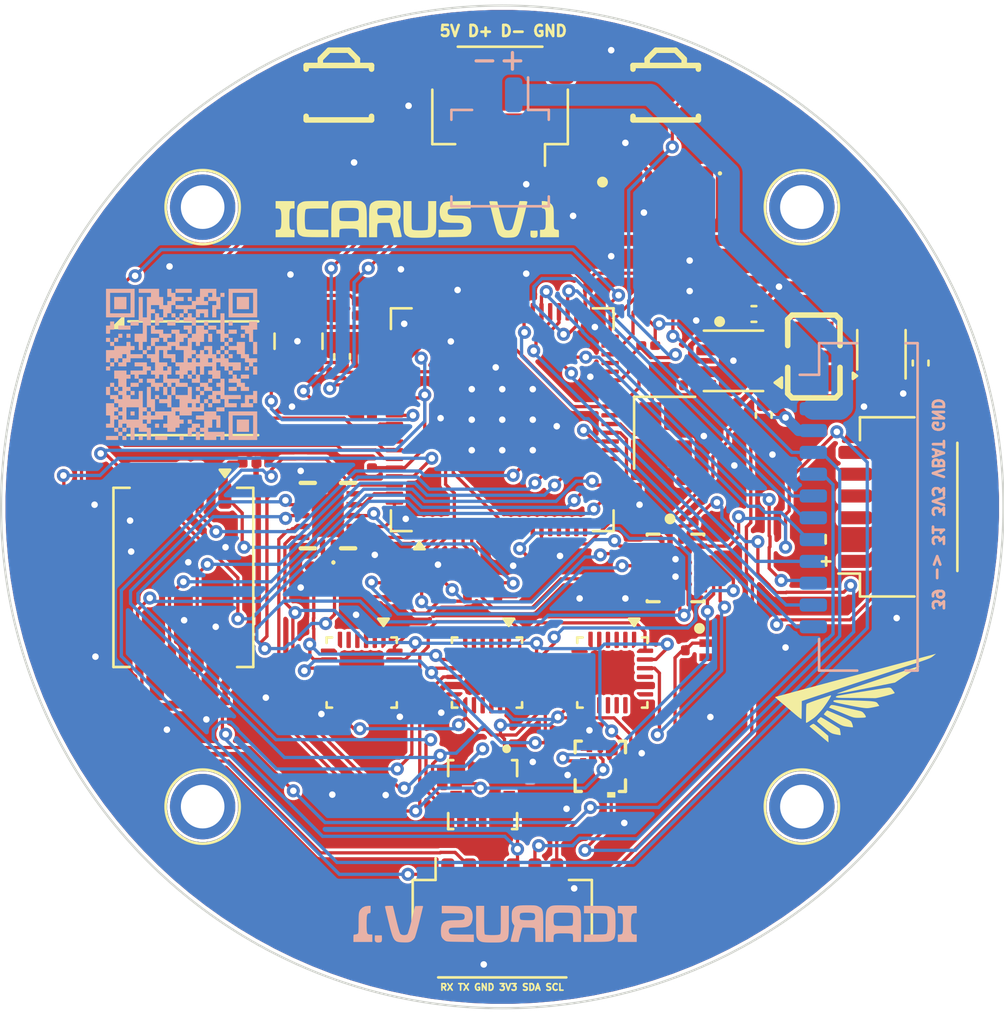
<source format=kicad_pcb>
(kicad_pcb (version 20241229) (generator "pcbnew") (generator_version "9.0")
  (layers (0 "F.Cu" signal) (4 "In1.Cu" power "F.GND") (6 "In2.Cu" power "B.GND") (2 "B.Cu" signal) (13 "F.Paste" user) (15 "B.Paste" user) (5 "F.SilkS" user "F.Silkscreen") (7 "B.SilkS" user "B.Silkscreen") (1 "F.Mask" user) (3 "B.Mask" user) (25 "Edge.Cuts" user))
  (net 0 "")
  (net 1 "GND")
  (net 2 "+3V3")
  (net 3 "Net-(U5-XIN)")
  (net 4 "Net-(U5-XOUT)")
  (net 5 "Net-(U5-VREG_AVDD)")
  (net 6 "+1.1V")
  (net 7 "+5V")
  (net 8 "/HighG_IMU_CS_1.8V")
  (net 9 "/SWCLK")
  (net 10 "/SWDIO")
  (net 11 "/GPIO0")
  (net 12 "/GPIO1")
  (net 14 "Net-(U5-VREG_XL)")
  (net 16 "/~{QSPI_CS_{0}}")
  (net 17 "/D-")
  (net 18 "/USB_D-")
  (net 19 "/USB_D+")
  (net 20 "/D+")
  (net 21 "/~{RESET}")
  (net 22 "/BOOTSEL")
  (net 23 "/QSPI_SCLK")
  (net 24 "/QSPI_SD1")
  (net 25 "/QSPI_SD0")
  (net 26 "/QSPI_SD2")
  (net 27 "/QSPI_SD3")
  (net 28 "/CS_BMP390L_1.8V")
  (net 29 "/GPIO9")
  (net 30 "VBAT")
  (net 31 "/MOSI_1.8V")
  (net 32 "/GPIO23")
  (net 33 "/GPIO19")
  (net 34 "/GPIO20")
  (net 35 "/GPIO2")
  (net 36 "/GPIO26")
  (net 37 "/GPIO41")
  (net 38 "/GPIO45")
  (net 39 "/GPIO21")
  (net 40 "/GPIO43")
  (net 41 "Net-(IC1-PROG)")
  (net 42 "Net-(D1-K)")
  (net 43 "/GPIO42")
  (net 44 "/GPIO25")
  (net 45 "/GPIO13")
  (net 46 "/GPIO4")
  (net 47 "/GPIO28")
  (net 48 "/GPIO6")
  (net 49 "/GPIO31")
  (net 50 "/GPIO14")
  (net 51 "/GPIO18")
  (net 52 "/GPIO29")
  (net 53 "/GPIO33")
  (net 54 "/GPIO7")
  (net 55 "/GPIO44")
  (net 56 "/GPIO32")
  (net 57 "/GPIO30")
  (net 58 "/GPIO24")
  (net 59 "/GPIO46")
  (net 60 "/GPIO47")
  (net 61 "/GPIO22")
  (net 62 "/GPIO40")
  (net 63 "/GPIO3")
  (net 64 "/GPIO5")
  (net 65 "/MISO_1.8V")
  (net 67 "/CS1_1.8V")
  (net 68 "/CS_BMP390L")
  (net 69 "/CS2_1.8V")
  (net 70 "/CS3_1.8V")
  (net 71 "Net-(U9-REGOUT)")
  (net 72 "/SCK_1.8V")
  (net 87 "Net-(U13-REGOUT)")
  (net 88 "Net-(U14-REGOUT)")
  (net 117 "/GPIO10")
  (net 118 "/GPIO12")
  (net 119 "/GPIO11")
  (net 120 "+1V8")
  (net 123 "Net-(U2-L2)")
  (net 124 "Net-(U2-L1)")
  (net 126 "Net-(D1-A)")
  (net 127 "/GPIO16")
  (net 128 "/GPIO17")
  (net 129 "/GPIO15")
  (net 130 "/GPIO38")
  (net 131 "/GPIO35")
  (net 132 "/GPIO36")
  (net 133 "/GPIO34")
  (net 134 "/GPIO39")
  (net 135 "/GPIO37")
  (net 143 "Net-(U3-CT)")
  (net 144 "Net-(J2-Pin_1)")
  (net 146 "Net-(U2-FB)")
  (net 147 "/CAM_CTRL")
  (footprint "Capacitor_SMD:C_0201_0603Metric" (layer "F.Cu") (at 184.1 75.705)
    (property "Reference" "C31" (hide yes))
    (property "Value" "0.1uF")
  )
  (footprint "Capacitor_SMD:C_0201_0603Metric" (layer "F.Cu") (at 181.25 88.15 90)
    (property "Reference" "C20" (hide yes))
    (property "Value" "0.1uF")
  )
  (footprint "Capacitor_SMD:C_0201_0603Metric" (layer "F.Cu") (at 174.8 77.4 -90)
    (property "Reference" "C18" (hide yes))
    (property "Value" "0.1uF")
  )
  (footprint "Capacitor_SMD:C_0201_0603Metric" (layer "F.Cu") (at 180.6 59.9)
    (property "Reference" "C3" (hide yes))
    (property "Value" "4.7uF")
  )
  (footprint "Package_DFN_QFN:QFN-24-1EP_3x3mm_P0.4mm_EP1.75x1.6mm" (layer "F.Cu") (at 180.05 82.6 -90)
    (property "Reference" "U14" (hide yes))
    (property "Value" "ICM-20948")
  )
  (footprint "Connector_JST:JST_SH_SM06B-SRSS-TB_1x06-1MP_P1.00mm_Horizontal" (layer "F.Cu") (at 175 93.9)
    (property "Reference" "J1" (hide yes))
    (property "Value" "JST 1.0mm 6pin GPS")
  )
  (footprint "Capacitor_SMD:C_0201_0603Metric" (layer "F.Cu") (at 168.7 70.8 180)
    (property "Reference" "C8" (hide yes))
    (property "Value" "0.1uF")
  )
  (footprint "Capacitor_SMD:C_0201_0603Metric" (layer "F.Cu") (at 185.6 64.95 -90)
    (property "Reference" "C2" (hide yes))
    (property "Value" "1uF")
  )
  (footprint "Capacitor_SMD:C_0402_1005Metric" (layer "F.Cu") (at 186.55 66.15 180)
    (property "Reference" "C24" (hide yes))
    (property "Value" "22uF")
  )
  (footprint "Connector_JST:JST_SH_SM04B-SRSS-TB_1x04-1MP_P1.00mm_Horizontal" (layer "F.Cu") (at 174.9 56.575 180)
    (property "Reference" "J5" (hide yes))
    (property "Value" "Conn_01x04")
  )
  (footprint "Capacitor_SMD:C_0201_0603Metric" (layer "F.Cu") (at 169.2 65.9 90)
    (property "Reference" "C12" (hide yes))
    (property "Value" "4.7uF")
  )
  (footprint "Resistor_SMD:R_0201_0603Metric" (layer "F.Cu") (at 181.7 67.6 180)
    (property "Reference" "R8" (hide yes))
    (property "Value" "100K")
  )
  (footprint "Capacitor_SMD:C_0201_0603Metric" (layer "F.Cu") (at 168.7 73.2 180)
    (property "Reference" "C15" (hide yes))
    (property "Value" "0.1uF")
  )
  (footprint "Capacitor_SMD:C_0201_0603Metric" (layer "F.Cu") (at 186.4 64.95 -90)
    (property "Reference" "C1" (hide yes))
    (property "Value" "0.1uF")
  )
  (footprint "Battery and Power MGMT:SON50P300X200X100-9N-D" (layer "F.Cu") (at 181.5 61.5)
    (property "Reference" "IC1" (hide yes))
    (property "Value" "MCP73831T-2ACI_MC" (hide yes))
  )
  (footprint "Capacitor_SMD:C_0402_1005Metric" (layer "F.Cu") (at 187 70.8 -90)
    (property "Reference" "C32" (hide yes))
    (property "Value" "22uF")
  )
  (footprint "Resistor_SMD:R_0201_0603Metric" (layer "F.Cu") (at 181.6 64.6 90)
    (property "Reference" "R2" (hide yes))
    (property "Value" "10k")
  )
  (footprint "LOGO" (layer "F.Cu") (at 191.342389 84.255645 15)
    (property "Reference" "G***" (hide yes))
    (property "Value" "LOGO" (hide yes))
  )
  (footprint "Battery and Power MGMT:KEY-SMD_B3U-3000P" (layer "F.Cu") (at 182.5 56)
    (property "Reference" "SW1" (hide yes))
    (property "Value" "SW_RESET")
  )
  (footprint "Resistor_SMD:R_0201_0603Metric" (layer "F.Cu") (at 168.3 65.9 -90)
    (property "Reference" "R11" (hide yes))
    (property "Value" "27R")
  )
  (footprint "Package_DFN_QFN:QFN-24-1EP_3x3mm_P0.4mm_EP1.75x1.6mm" (layer "F.Cu") (at 174.3 82.6 -90)
    (property "Reference" "U13" (hide yes))
    (property "Value" "ICM-20948")
  )
  (footprint "Resistor_SMD:R_0201_0603Metric" (layer "F.Cu") (at 185.5 70.2 180)
    (property "Reference" "R13" (hide yes))
    (property "Value" "560K")
  )
  (footprint "Resistor_SMD:R_0201_0603Metric" (layer "F.Cu") (at 173.4 78.8 -90)
    (property "Reference" "R10" (hide yes))
    (property "Value" "10k")
  )
  (footprint "Resistor_SMD:R_0201_0603Metric" (layer "F.Cu") (at 168.7 70.1 180)
    (property "Reference" "R7" (hide yes))
    (property "Value" "27R")
  )
  (footprint "Resistor_SMD:R_0201_0603Metric" (layer "F.Cu") (at 174.8 78.8 90)
    (property "Reference" "R12" (hide yes))
    (property "Value" "10k")
  )
  (footprint "Capacitor_SMD:C_0201_0603Metric" (layer "F.Cu") (at 162.6 83.9 180)
    (property "Reference" "C38" (hide yes))
    (property "Value" "0.1uF")
  )
  (footprint "Capacitor_SMD:C_0201_0603Metric" (layer "F.Cu") (at 181.5 74.1)
    (property "Reference" "C9" (hide yes))
    (property "Value" "0.1uF")
  )
  (footprint "Resistor_SMD:R_0201_0603Metric" (layer "F.Cu") (at 182.1 59.9 180)
    (property "Reference" "R5" (hide yes))
    (property "Value" "470")
  )
  (footprint "Capacitor_SMD:C_0201_0603Metric" (layer "F.Cu") (at 176.6 87.4)
    (property "Reference" "C40" (hide yes))
    (property "Value" "0.1uF")
  )
  (footprint "Package_SON:WSON-6-1EP_2x2mm_P0.65mm_EP1x1.6mm" (layer "F.Cu") (at 192.4 68 90)
    (property "Reference" "U3" (hide yes))
    (property "Value" "TPS22810DRV")
  )
  (footprint "TestPoint:TestPoint_Plated_Hole_D2.0mm" (layer "F.Cu") (at 161.25 61.25)
    (property "Reference" "H1" (hide yes))
    (property "Value" "MountingHole")
  )
  (footprint "Capacitor_SMD:C_0402_1005Metric" (layer "F.Cu") (at 167.65 68.1 90)
    (property "Reference" "C16" (hide yes))
    (property "Value" "10uF")
  )
  (footprint "Capacitor_SMD:C_0201_0603Metric" (layer "F.Cu") (at 177.45 83.6 -90)
    (property "Reference" "C28" (hide yes))
    (property "Value" "0.1uF")
  )
  (footprint "Capacitor_SMD:C_0201_0603Metric" (layer "F.Cu") (at 182.9 73.8 180)
    (property "Reference" "C4" (hide yes))
    (property "Value" "12pF")
  )
  (footprint "Package_DFN_QFN:QFN-24-1EP_3x3mm_P0.4mm_EP1.75x1.6mm" (layer "F.Cu") (at 168.55 82.6 -90)
    (property "Reference" "U9" (hide yes))
    (property "Value" "ICM-20948")
  )
  (footprint "Resistor_SMD:R_0201_0603Metric" (layer "F.Cu") (at 158.5 65.9)
    (property "Reference" "R4" (hide yes))
    (property "Value" "100K")
  )
  (footprint "TestPoint:TestPoint_Plated_Hole_D2.0mm" (layer "F.Cu") (at 188.75 61.25)
    (property "Reference" "H4" (hide yes))
    (property "Value" "MountingHole")
  )
  (footprint "Capacitor_SMD:C_0201_0603Metric" (layer "F.Cu") (at 172.8 77.4 -90)
    (property "Reference" "C6" (hide yes))
    (property "Value" "0.1uF")
  )
  (footprint "Resistor_SMD:R_0201_0603Metric" (layer "F.Cu") (at 184 61.1125 90)
    (property "Reference" "R3" (hide yes))
    (property "Value" "2K")
  )
  (footprint "Connector_JST:JST_SH_SM06B-SRSS-TB_1x06-1MP_P1.00mm_Horizontal" (layer "F.Cu") (at 193.2 75 90)
    (property "Reference" "J2" (hide yes))
    (property "Value" "JST 1.0mm 6pin -DJI")
  )
  (footprint "Capacitor_SMD:C_0201_0603Metric" (layer "F.Cu") (at 162.6 83.2 180)
    (property "Reference" "C29" (hide yes))
    (property "Value" "4.7uF")
  )
  (footprint "Battery and Power MGMT:L0806" (layer "F.Cu") (at 189.3 68.1 90)
    (property "Reference" "L2" (hide yes))
    (property "Value" "2.2uH")
  )
  (footprint "Battery and Power MGMT:KEY-SMD_B3U-3000P" (layer "F.Cu") (at 167.5 56)
    (property "Reference" "SW2" (hide yes))
    (property "Value" "SW_BOOTSEL")
  )
  (footprint "Capacitor_SMD:C_0201_0603Metric" (layer "F.Cu") (at 186.1 80.2 180)
    (property "Reference" "C36" (hide yes))
    (property "Value" "1uF")
  )
  (footprint "Battery and Power MGMT:SON65P200X200X80-7N" (layer "F.Cu") (at 185.4 81.9)
    (property "Reference" "IC3" (hide yes))
    (property "Value" "TLV75518PDRVR" (hide yes))
  )
  (footprint "TestPoint:TestPoint_Plated_Hole_D2.0mm" (layer "F.Cu") (at 188.75 88.75)
    (property "Reference" "H3" (hide yes))
    (property "Value" "MountingHole")
  )
  (footprint "Capacitor_SMD:C_0201_0603Metric" (layer "F.Cu") (at 168.15 77.7)
    (property "Reference" "C34" (hide yes))
    (property "Value" "0.1uF")
  )
  (footprint "Resistor_SMD:R_0201_0603Metric" (layer "F.Cu") (at 158.5 83.8 90)
    (property "Reference" "R19" (hide yes))
    (property "Value" "10k")
  )
  (footprint "Capacitor_SMD:C_0201_0603Metric" (layer "F.Cu") (at 176.2 89.1 -90)
    (property "Reference" "C39" (hide yes))
    (property "Value" "0.1uF")
  )
  (footprint "Capacitor_SMD:C_0201_0603Metric" (layer "F.Cu") (at 165.95 83.6 -90)
    (property "Reference" "C21" (hide yes))
    (property "Value" "0.1uF")
  )
  (footprint "Resistor_SMD:R_0201_0603Metric" (layer "F.Cu") (at 163.4 73 180)
    (property "Reference" "R15" (hide yes))
    (property "Value" "10k")
  )
  (footprint "Battery and Power MGMT:TXU0304QWBQARQ1" (layer "F.Cu") (at 167 75.4 180)
    (property "Reference" "IC2" (hide yes))
    (property "Value" "TXU0304QWBQARQ1" (hide yes))
  )
  (footprint "Package_LGA:LGA-8_8x6.2mm_P1.27mm" (layer "F.Cu") (at 160.365 78.235 -90)
    (property "Reference" "U4" (hide yes))
    (property "Value" "CSNP16GCR01-AOW" (hide yes))
  )
  (footprint "Capacitor_SMD:C_0201_0603Metric" (layer "F.Cu") (at 182.1 75.4 90)
    (property "Reference" "C30" (hide yes))
    (property "Value" "0.1uF")
  )
  (footprint "BMP:10LGA_2X2X0p75_BOS" (layer "F.Cu") (at 179.5 86.9 180)
    (property "Reference" "U7" (hide yes))
    (property "Value" "BMP390L")
  )
  (footprint "Capacitor_SMD:C_0201_0603Metric" (layer "F.Cu") (at 176.8 77.4 -90)
    (property "Reference" "C7" (hide yes))
    (property "Value" "0.1uF")
  )
  (footprint "Resistor_SMD:R_0201_0603Metric" (layer "F.Cu") (at 168.7 69.4 180)
    (property "Reference" "R6" (hide yes))
    (property "Value" "27R")
  )
  (footprint "LOGO" (layer "F.Cu") (at 171.1 61.8)
    (property "Reference" "G***" (hide yes))
    (property "Value" "LOGO" (hide yes))
  )
  (footprint "Resistor_SMD:R_0201_0603Metric" (layer "F.Cu") (at 181.6 66 -90)
    (property "Reference" "R1" (hide yes))
    (property "Value" "10k")
  )
  (footprint "Capacitor_SMD:C_0201_0603Metric" (layer "F.Cu") (at 182.2 69.5)
    (property "Reference" "C5" (hide yes))
    (property "Value" "12pF")
  )
  (footprint "TestPoint:TestPoint_Plated_Hole_D2.0mm" (layer "F.Cu") (at 161.25 88.75)
    (property "Reference" "H2" (hide yes))
    (property "Value" "MountingHole")
  )
  (footprint "Inductor_SMD:L_Wuerth_MAPI-2512" (layer "F.Cu") (at 165.65 67.4 90)
    (property "Reference" "L1" (hide yes))
    (property "Value" "3.3uH")
  )
  (footprint "Capacitor_SMD:C_0201_0603Metric" (layer "F.Cu") (at 181.7 68.7)
    (property "Reference" "C19" (hide yes))
    (property "Value" "0.1uF")
  )
  (footprint "LED_SMD:LED_0402_1005Metric" (layer "F.Cu") (at 183.9 59.7 180)
    (property "Reference" "D1" (hide yes))
    (property "Value" "LED_Small")
  )
  (footprint "Battery and Power MGMT:SON50P200X200X80-9N-D" (layer "F.Cu") (at 183.6 65.1 180)
    (property "Reference" "IC4" (hide yes))
    (property "Value" "MAX17048G+T10" (hide yes))
  )
  (footprint "Resistor_SMD:R_0201_0603Metric" (layer "F.Cu") (at 172 78.8 -90)
    (property "Reference" "R31" (hide yes))
    (property "Value" "10k")
  )
  (footprint "Resistor_SMD:R_0201_0603Metric" (layer "F.Cu") (at 183.3188 69.1 90)
    (property "Reference" "R14" (hide yes))
    (property "Value" "100K")
  )
  (footprint "Crystal:Crystal_SMD_2520-4Pin_2.5x2.0mm" (layer "F.Cu") (at 182.5 71.65 -90)
    (property "Reference" "Y1" (hide yes))
    (property "Value" "CM4012M00012001")
  )
  (footprint "Capacitor_SMD:C_0201_0603Metric" (layer "F.Cu") (at 168.7 67.9 90)
    (property "Reference" "C14" (hide yes))
    (property "Value" "4.7uF")
  )
  (footprint "Resistor_SMD:R_0201_0603Metric" (layer "F.Cu") (at 161 83.8 90)
    (property "Reference" "R17" (hide yes))
    (property "Value" "10k")
  )
  (footprint "Capacitor_SMD:C_0201_0603Metric" (layer "F.Cu") (at 179.25 65)
    (property "Reference" "C10" (hide yes))
    (property "Value" "0.1uF")
  )
  (footprint "RP2350B:QFN-80-1EP_10x10mm_P0.4mm_EP3.4x3.4mm_ThermalVias" (layer "F.Cu") (at 175 71 90)
    (property "Reference" "U5" (hide yes))
    (property "Value" "RP235x-B")
  )
  (footprint "H3LIS200DLTR:PQFN50P300X300X100-16N" (layer "F.Cu") (at 174.1 88.2 -90)
    (property "Reference" "U6" (hide yes))
    (property "Value" "H3LIS200DLTR")
  )
  (footprint "Capacitor_SMD:C_0201_0603Metric" (layer "F.Cu") (at 179 62.3 -90)
    (property "Reference" "C23" (hide yes))
    (property "Value" "4.7uF")
  )
  (footprint "Resistor_SMD:R_0201_0603Metric" (layer "F.Cu") (at 169.8 78.8 -90)
    (property "Reference" "R33" (hide yes))
    (property "Value" "10k")
  )
  (footprint "Capacitor_SMD:C_0201_0603Metric" (layer "F.Cu") (at 165.85 77.7)
    (property "Reference" "C33" (hide yes))
    (property "Value" "0.1uF")
  )
  (footprint "Resistor_SMD:R_0201_0603Metric" (layer "F.Cu") (at 170.6 78.8 -90)
    (property "Reference" "R32" (hide yes))
    (property "Value" "10k")
  )
  (footprint "Capacitor_SMD:C_0201_0603Metric" (layer "F.Cu") (at 175.75 65)
    (property "Reference" "C11" (hide yes))
    (property "Value" "0.1uF")
  )
  (footprint "Capacitor_SMD:C_0402_1005Metric" (layer "F.Cu") (at 194.2 68.4 -90)
    (property "Reference" "C37" (hide yes))
    (property "Value" "10nF")
  )
  (footprint "Resistor_SMD:R_0201_0603Metric" (layer "F.Cu") (at 160.7 73.2)
    (property "Reference" "R16" (hide yes))
    (property "Value" "10k")
  )
  (footprint "Capacitor_SMD:C_0201_0603Metric" (layer "F.Cu") (at 170.75 65 180)
    (property "Reference" "C13" (hide yes))
    (property "Value" "0.1uF")
  )
  (footprint "Package_SON:WSON-8-1EP_6x5mm_P1.27mm_EP3.4x4mm" (layer "F.Cu") (at 160.8 69.1)
    (property "Reference" "U1" (hide yes))
    (property "Value" "W25Q128JVPIQ")
  )
  (footprint "Resistor_SMD:R_0201_0603Metric" (layer "F.Cu") (at 156.7 67.8 -90)
    (property "Reference" "R9" (hide yes))
    (property "Value" "2K")
  )
  (footprint "Capacitor_SMD:C_0201_0603Metric" (layer "F.Cu") (at 183.4 81.9 -90)
    (property "Reference" "C35" (hide yes))
    (property "Value" "1uF")
  )
  (footprint "BQA0014A-MFG:BQA0014A-MFG" (layer "F.Cu") (at 182.95 77.799999)
    (property "Reference" "U11" (hide yes))
    (property "Value" "TXU0104BQAR" (hide yes))
  )
  (footprint "Capacitor_SMD:C_0201_0603Metric" (layer "F.Cu") (at 174.25 65 180)
    (property "Reference" "C17" (hide yes))
    (property "Value" "0.1uF")
  )
  (footprint "Package_SON:WSON-10-1EP_2.5x2.5mm_P0.5mm_EP1.2x2mm" (layer "F.Cu") (at 185.6125 68.3 180)
    (property "Reference" "U2" (hide yes))
    (property "Value" "TPS63031DSK")
  )
  (footprint "Resistor_SMD:R_0201_0603Metric" (layer "F.Cu") (at 159.8 83.8 90)
    (property "Reference" "R18" (hide yes))
    (property "Value" "10k")
  )
  (footprint "Capacitor_SMD:C_0201_0603Metric" (layer "F.Cu") (at 171.7 83.6 -90)
    (property "Reference" "C27" (hide yes))
    (property "Value" "0.1uF")
  )
  (footprint "LOGO" (layer "B.Cu") (at 160.284111 68.462871 180)
    (property "Reference" "G***" (hide yes))
    (property "Value" "LOGO" (hide yes))
  )
  (footprint "Connector_JST:JST_SHL_SM12B-SHLS-TF_1x12-1MP_P1.00mm_Horizontal" (layer "B.Cu") (at 190.95 75 -90)
    (property "Reference" "J3" (hide yes))
    (property "Value" "Conn_01x20_GPIO")
  )
  (footprint "Connector_Molex:Molex_PicoBlade_53261-0271_1x02-1MP_P1.25mm_Horizontal" (layer "B.Cu") (at 174.9 58.5 180)
    (property "Reference" "J4" (hide yes))
    (property "Value" "Conn_01x02_MountingPin")
  )
  (footprint "LOGO" (layer "B.Cu") (at 174.67 94.13 180)
    (property "Reference" "G***" (hide yes))
    (property "Value" "LOGO" (hide yes))
  )
  (gr_circle (center 175 75) (end 198 75) (stroke (width 0.1)) (fill no) (layer "Edge.Cuts"))
  (gr_text "+" (at 189.47 77.76 0) (layer "F.SilkS") (effects (font (size 0.5 0.5) (thickness 0.125) (bold yes)) (justify left bottom)))
  (gr_text "-" (at 190.1 76.88 90) (layer "F.SilkS") (effects (font (size 0.5 0.5) (thickness 0.125) (bold yes)) (justify left bottom)))
  (gr_text "RX TX GND 3V3 SDA SCL" (at 172.11 97.21 0) (layer "F.SilkS") (effects (font (size 0.3 0.3) (thickness 0.075) (bold yes)) (justify left bottom)))
  (gr_text "5V D+ D- GND" (at 172.06 53.46 0) (layer "F.SilkS") (effects (font (size 0.5 0.5) (thickness 0.125) (bold yes)) (justify left bottom)))
  (gr_text "+" (at 176.185 55.05 0) (layer "B.SilkS") (effects (font (size 1 1)) (justify left bottom mirror)))
  (gr_text "-" (at 174.9 55.05 0) (layer "B.SilkS") (effects (font (size 1 1)) (justify left bottom mirror)))
  (gr_text "39 -> 31 3V3 VBAT GND" (at 194.7 79.8 270) (layer "B.SilkS") (effects (font (size 0.5 0.5) (thickness 0.125) (bold yes)) (justify left bottom mirror)))
  (segment (start 183.6 65.427) (end 183.6 65.1) (width 0.15) (layer "F.Cu") (net 1))
  (segment (start 183.35 64.85) (end 183.6 65.1) (width 0.25) (layer "F.Cu") (net 1))
  (segment (start 183.6 64.773) (end 183.6 65.1) (width 0.15) (layer "F.Cu") (net 1))
  (segment (start 183.339 68.8) (end 183.319 68.78) (width 0.15) (layer "F.Cu") (net 1))
  (segment (start 185.606 68.2938) (end 185.612 68.3) (width 0.25) (layer "F.Cu") (net 1))
  (via (at 165.35 70.4) (size 0.6) (drill 0.3) (layers "F.Cu" "B.Cu") (net 1))
  (via (at 179.04 69.03) (size 0.6) (drill 0.3) (layers "F.Cu" "B.Cu") (net 1))
  (via (at 177.5 71.3) (size 0.6) (drill 0.3) (layers "F.Cu" "B.Cu") (net 1))
  (via (at 180 54.05) (size 0.6) (drill 0.3) (layers "F.Cu" "B.Cu") (net 1))
  (via (at 181.3 74.9) (size 0.6) (drill 0.3) (layers "F.Cu" "B.Cu") (net 1))
  (via (at 172.17 70.93) (size 0.6) (drill 0.3) (layers "F.Cu" "B.Cu") (net 1))
  (via (at 180.65 79.2) (size 0.6) (drill 0.3) (layers "F.Cu" "B.Cu") (net 1))
  (via (at 167.2 88.2) (size 0.6) (drill 0.3) (layers "F.Cu" "B.Cu") (net 1))
  (via (at 183.6 65.1) (size 0.6) (drill 0.3) (layers "F.Cu" "B.Cu") (net 1))
  (via (at 170.7 56.6) (size 0.6) (drill 0.3) (layers "F.Cu" "B.Cu") (net 1))
  (via (at 161.42 84.75) (size 0.6) (drill 0.3) (layers "F.Cu" "B.Cu") (net 1))
  (via (at 185.65 73.1) (size 0.6) (drill 0.3) (layers "F.Cu" "B.Cu") (net 1))
  (via (at 181.5 61.5) (size 0.6) (drill 0.3) (layers "F.Cu" "B.Cu") (net 1))
  (via (at 178.3 92.5) (size 0.6) (drill 0.3) (layers "F.Cu" "B.Cu") (net 1))
  (via (at 184.25 71.75) (size 0.6) (drill 0.3) (layers "F.Cu" "B.Cu") (net 1))
  (via (at 176.4 86.7) (size 0.6) (drill 0.3) (layers "F.Cu" "B.Cu") (net 1))
  (via (at 180.65 58.3) (size 0.6) (drill 0.3) (layers "F.Cu" "B.Cu") (net 1))
  (via (at 174.15 95.99) (size 0.6) (drill 0.3) (layers "F.Cu" "B.Cu") (net 1))
  (via (at 162.3 76.85) (size 0.6) (drill 0.3) (layers "F.Cu" "B.Cu") (net 1))
  (via (at 180 63.5) (size 0.6) (drill 0.3) (layers "F.Cu" "B.Cu") (net 1))
  (via (at 156.33 81.87) (size 0.6) (drill 0.3) (layers "F.Cu" "B.Cu") (net 1))
  (via (at 165.6 67.4) (size 0.6) (drill 0.3) (layers "F.Cu" "B.Cu") (net 1))
  (via (at 160.4 80.2) (size 0.6) (drill 0.3) (layers "F.Cu" "B.Cu") (net 1))
  (via (at 166.7 84.5) (size 0.6) (drill 0.3) (layers "F.Cu" "B.Cu") (net 1))
  (via (at 176.1 60.2) (size 0.6) (drill 0.3) (layers "F.Cu" "B.Cu") (net 1))
  (via (at 159.61 85.22) (size 0.6) (drill 0.3) (layers "F.Cu" "B.Cu") (net 1))
  (via (at 169.65 88.22) (size 0.6) (drill 0.3) (layers "F.Cu" "B.Cu") (net 1))
  (via (at 170.57 75.55) (size 0.6) (drill 0.3) (layers "F.Cu" "B.Cu") (net 1))
  (via (at 157.92 75.63) (size 0.6) (drill 0.3) (layers "F.Cu" "B.Cu") (net 1))
  (via (at 193.1 80.1) (size 0.6) (drill 0.3) (layers "F.Cu" "B.Cu") (net 1))
  (via (at 176.1 64.3) (size 0.6) (drill 0.3) (layers "F.Cu" "B.Cu") (net 1))
  (via (at 179 85.25) (size 0.6) (drill 0.3) (layers "F.Cu" "B.Cu") (net 1))
  (via (at 185.606 68.2938) (size 0.6) (drill 0.3) (layers "F.Cu" "B.Cu") (net 1))
  (via (at 156.29 74.9) (size 0.6) (drill 0.3) (layers "F.Cu" "B.Cu") (net 1))
  (via (at 178.25 61.65) (size 0.6) (drill 0.3) (layers "F.Cu" "B.Cu") (net 1))
  (via (at 178 87.3) (size 0.6) (drill 0.3) (layers "F.Cu" "B.Cu") (net 1))
  (via (at 165.28 64.34) (size 0.6) (drill 0.3) (layers "F.Cu" "B.Cu") (net 1))
  (via (at 193.4 69.8) (size 0.6) (drill 0.3) (layers "F.Cu" "B.Cu") (net 1))
  (via (at 157.97 77.05) (size 0.6) (drill 0.3) (layers "F.Cu" "B.Cu") (net 1))
  (via (at 184.55 84.64) (size 0.6) (drill 0.3) (layers "F.Cu" "B.Cu") (net 1))
  (via (at 175.5 77.7) (size 0.6) (drill 0.3) (layers "F.Cu" "B.Cu") (net 1))
  (via (at 160.59 77.54) (size 0.6) (drill 0.3) (layers "F.Cu" "B.Cu") (net 1))
  (via (at 180.6 89.5) (size 0.6) (drill 0.3) (layers "F.Cu" "B.Cu") (net 1))
  (via (at 191.6 70.4) (size 0.6) (drill 0.3) (layers "F.Cu" "B.Cu") (net 1))
  (via (at 159.73 63.97) (size 0.6) (drill 0.3) (layers "F.Cu" "B.Cu") (net 1))
  (via (at 170.5 66.6) (size 0.6) (drill 0.3) (layers "F.Cu" "B.Cu") (net 1))
  (via (at 174.7 68.6) (size 0.6) (drill 0.3) (layers "F.Cu" "B.Cu") (net 1))
  (via (at 179.25 66.75) (size 0.6) (drill 0.3) (layers "F.Cu" "B.Cu") (net 1))
  (via (at 172.05 77.65) (size 0.6) (drill 0.3) (layers "F.Cu" "B.Cu") (net 1))
  (via (at 172.64 67.41) (size 0.6) (drill 0.3) (layers "F.Cu" "B.Cu") (net 1))
  (via (at 181.4 86.3) (size 0.6) (drill 0.3) (layers "F.Cu" "B.Cu") (net 1))
  (via (at 188 81.45) (size 0.6) (drill 0.3) (layers "F.Cu" "B.Cu") (net 1))
  (via (at 183.9 66.45) (size 0.6) (drill 0.3) (layers "F.Cu" "B.Cu") (net 1))
  (via (at 161.85 80.5) (size 0.6) (drill 0.3) (layers "F.Cu" "B.Cu") (net 1))
  (via (at 178.55 79.2) (size 0.6) (drill 0.3) (layers "F.Cu" "B.Cu") (net 1))
  (via (at 168.29 79.95) (size 0.6) (drill 0.3) (layers "F.Cu" "B.Cu") (net 1))
  (via (at 177.95 88.85) (size 0.6) (drill 0.3) (layers "F.Cu" "B.Cu") (net 1))
  (via (at 170.3 84.63) (size 0.6) (drill 0.3) (layers "F.Cu" "B.Cu") (net 1))
  (via (at 168.2 59.2) (size 0.6) (drill 0.3) (layers "F.Cu" "B.Cu") (net 1))
  (via (at 169.15 77.2) (size 0.6) (drill 0.3) (layers "F.Cu" "B.Cu") (net 1))
  (via (at 165.75 73.35) (size 0.6) (drill 0.3) (layers "F.Cu" "B.Cu") (net 1))
  (via (at 177.65 77.25) (size 0.6) (drill 0.3) (layers "F.Cu" "B.Cu") (net 1))
  (via (at 165.75 78.7) (size 0.6) (drill 0.3) (layers "F.Cu" "B.Cu") (net 1))
  (via (at 172.2 84.44) (size 0.6) (drill 0.3) (layers "F.Cu" "B.Cu") (net 1))
  (via (at 164.15 83.75) (size 0.6) (drill 0.3) (layers "F.Cu" "B.Cu") (net 1))
  (via (at 170.35 64.1) (size 0.6) (drill 0.3) (layers "F.Cu" "B.Cu") (net 1))
  (via (at 172.95 65.05) (size 0.6) (drill 0.3) (layers "F.Cu" "B.Cu") (net 1))
  (via (at 183.6 63.7) (size 0.6) (drill 0.3) (layers "F.Cu" "B.Cu") (net 1))
  (via (at 187.4 72.6) (size 0.6) (drill 0.3) (layers "F.Cu" "B.Cu") (net 1))
  (segment (start 184.6657 73.6343) (end 182.58 75.72) (width 0.15) (layer "F.Cu") (net 2))
  (segment (start 172.8 75.9511) (end 172.8 75.9522) (width 0.15) (layer "F.Cu") (net 2))
  (segment (start 187 70.32) (end 187.42 70.32) (width 0.5) (layer "F.Cu") (net 2))
  (segment (start 172.8 75.95) (end 172.8 75.9501) (width 0.15) (layer "F.Cu") (net 2))
  (segment (start 187.42 70.32) (end 188 70.9) (width 0.5) (layer "F.Cu") (net 2))
  (segment (start 163.44 80.815) (end 163.8 80.455) (width 0.25) (layer "F.Cu") (net 2))
  (segment (start 186.4052 75.7198) (end 186.4052 71.535) (width 0.15) (layer "F.Cu") (net 2))
  (segment (start 180.7 73.8876) (end 180.7 74.1) (width 0.15) (layer "F.Cu") (net 2))
  (segment (start 178.8 65.13) (end 178.93 65) (width 0.15) (layer "F.Cu") (net 2))
  (segment (start 181.12 75.72) (end 182.1 75.72) (width 0.15) (layer "F.Cu") (net 2))
  (segment (start 160.38 73.2) (end 158 73.2) (width 0.25) (layer "F.Cu") (net 2))
  (segment (start 170.05 70.4) (end 169.485 70.4) (width 0.15) (layer "F.Cu") (net 2))
  (segment (start 182.0324 66.7676) (end 182.2 66.6) (width 0.15) (layer "F.Cu") (net 2))
  (segment (start 187.026 81.276) (end 187 81.25) (width 0.15) (layer "F.Cu") (net 2))
  (segment (start 187.026 82.351) (end 187.026 81.276) (width 0.15) (layer "F.Cu") (net 2))
  (segment (start 182.1 75.799999) (end 182.1 75.72) (width 0.15) (layer "F.Cu") (net 2))
  (segment (start 172.94 64.2) (end 174.5774 64.2) (width 0.15) (layer "F.Cu") (net 2))
  (segment (start 170.05 73.2) (end 169.02 73.2) (width 0.15) (layer "F.Cu") (net 2))
  (segment (start 186.48 80.14) (end 186.48 78.32) (width 0.15) (layer "F.Cu") (net 2))
  (segment (start 178.8 65.13) (end 178.8 64.7) (width 0.15) (layer "F.Cu") (net 2))
  (segment (start 171.4423 69.8621) (end 171.3044 70) (width 0.15) (layer "F.Cu") (net 2))
  (segment (start 182.58 75.72) (end 182.1 75.72) (width 0.15) (layer "F.Cu") (net 2))
  (segment (start 164.2 80.9346) (end 164.2 74.6) (width 0.15) (layer "F.Cu") (net 2))
  (segment (start 170.05 70) (end 169.885 70) (width 0.15) (layer "F.Cu") (net 2))
  (segment (start 172.8 76.0944) (end 172.8 76.2388) (width 0.15) (layer "F.Cu") (net 2))
  (segment (start 169.885 70) (end 169.485 70.4) (width 0.15) (layer "F.Cu") (net 2))
  (segment (start 168.02 65.3) (end 168.3 65.58) (width 0.15) (layer "F.Cu") (net 2))
  (segment (start 176.0872 77.1985) (end 175.8 76.9113) (width 0.15) (layer "F.Cu") (net 2))
  (segment (start 171.2 65.13) (end 171.07 65) (width 0.15) (layer "F.Cu") (net 2))
  (segment (start 175.7 90.7) (end 175.7 91.421626) (width 0.15) (layer "F.Cu") (net 2))
  (segment (start 169.924 65.258516) (end 170.141484 65.476) (width 0.15) (layer "F.Cu") (net 2))
  (segment (start 186.825 70.145) (end 187 70.32) (width 0.25) (layer "F.Cu") (net 2))
  (segment (start 183.15 79.7744) (end 183.15 79.2) (width 0.15) (layer "F.Cu") (net 2))
  (segment (start 163.4625 66.1375) (end 164.3 65.3) (width 0.15) (layer "F.Cu") (net 2))
  (segment (start 172.4 73.9706) (end 172.4 72.5) (width 0.15) (layer "F.Cu") (net 2))
  (segment (start 168.88 68.4) (end 170.05 68.4) (width 0.15) (layer "F.Cu") (net 2))
  (segment (start 186.1237 71.2535) (end 185.8725 71.2535) (width 0.15) (layer "F.Cu") (net 2))
  (segment (start 172.8 75.9505) (end 172.8 75.9511) (width 0.15) (layer "F.Cu") (net 2))
  (segment (start 175.7 91.421626) (end 175.5 91.621626) (width 0.15) (layer "F.Cu") (net 2))
  (segment (start 169.485 70.4) (end 169.085 70.8) (width 0.15) (layer "F.Cu") (net 2))
  (segment (start 186.45 82.55) (end 186.827 82.55) (width 0.15) (layer "F.Cu") (net 2))
  (segment (start 157 82.82) (end 158.3 84.12) (width 0.25) (layer "F.Cu") (net 2))
  (segment (start 162.27 83.19) (end 162.28 83.2) (width 0.25) (layer "F.Cu") (net 2))
  (segment (start 174.8 79.12) (end 175.6379 79.12) (width 0.15) (layer "F.Cu") (net 2))
  (segment (start 185.82 70.2) (end 185.8725 70.2) (width 0.15) (layer "F.Cu") (net 2))
  (segment (start 187 81.25) (end 186.45 81.25) (width 0.15) (layer "F.Cu") (net 2))
  (segment (start 168.7 68.22) (end 168.88 68.4) (width 0.15) (layer "F.Cu") (net 2))
  (segment (start 176.8 75.95) (end 176.8 76.9644) (width 0.15) (layer "F.Cu") (net 2))
  (segment (start 180.7 74.95) (end 178.95 76.7) (width 0.15) (layer "F.Cu") (net 2))
  (segment (start 172.8 74.3706) (end 172.4 73.9706) (width 0.15) (layer "F.Cu") (net 2))
  (segment (start 166.65 73.9) (end 166.75 74) (width 0.15) (layer "F.Cu") (net 2))
  (segment (start 172.8 75.9861) (end 172.8 76.0222) (width 0.15) (layer "F.Cu") (net 2))
  (segment (start 170.6 79.12) (end 169.8 79.12) (width 0.15) (layer "F.Cu") (net 2))
  (segment (start 178.8 64.7) (end 177.85 63.75) (width 0.15) (layer "F.Cu") (net 2))
  (segment (start 171.3044 70) (end 170.05 70) (width 0.15) (layer "F.Cu") (net 2))
  (segment (start 186.825 69.3) (end 186.825 70.145) (width 0.25) (layer "F.Cu") (net 2))
  (segment (start 186.42 80.2) (end 186.42 80.95) (width 0.15) (layer "F.Cu") (net 2))
  (segment (start 171.0183 67.9096) (end 170.5279 68.4) (width 0.15) (layer "F.Cu") (net 2))
  (segment (start 180.7 73.8876) (end 180.7 74.95) (width 0.15) (layer "F.Cu") (net 2))
  (segment (start 182.02 66.7676) (end 182.0324 66.7676) (width 0.15) (layer "F.Cu") (net 2))
  (segment (start 162.27 81.985) (end 162.27 83.19) (width 0.25) (layer "F.Cu") (net 2))
  (segment (start 182.7 76.399999) (end 182.1 75.799999) (width 0.15) (layer "F.Cu") (net 2))
  (segment (start 163.7 73.02) (end 163.72 73) (width 0.25) (layer "F.Cu") (net 2))
  (segment (start 163.2 65.9) (end 163.4625 66.1625) (width 0.15) (layer "F.Cu") (net 2))
  (segment (start 162.157 84.023) (end 162.06 84.12) (width 0.25) (layer "F.Cu") (net 2))
  (segment (start 169.485 70.4) (end 169.085 70.8) (width 0.15) (layer "F.Cu") (net 2))
  (segment (start 158.5 84.12) (end 159.8 84.12) (width 0.25) (layer "F.Cu") (net 2))
  (segment (start 171.2 66.05) (end 171.2 67.7279) (width 0.15) (layer "F.Cu") (net 2))
  (segment (start 171.2811 68.1724) (end 171.0183 67.9096) (width 0.15) (layer "F.Cu") (net 2))
  (segment (start 180.7 74.1) (end 181.08 74.1) (width 0.15) (layer "F.Cu") (net 2))
  (segment (start 164.3 65.3) (end 168.02 65.3) (width 0.15) (layer "F.Cu") (net 2))
  (segment (start 175.5 91.621626) (end 175.5 91.9) (width 0.15) (layer "F.Cu") (net 2))
  (segment (start 175.8 93.1) (end 178.7 93.1) (width 0.25) (layer "F.Cu") (net 2))
  (segment (start 183.3439 79.9683) (end 183.15 79.7744) (width 0.15) (layer "F.Cu") (net 2))
  (segment (start 179.95 73.6) (end 180.412 73.6) (width 0.15) (layer "F.Cu") (net 2))
  (segment (start 185.8725 71.2535) (end 185.8725 70.2) (width 0.15) (layer "F.Cu") (net 2))
  (segment (start 175.2 65.23) (end 175.2 66.05) (width 0.15) (layer "F.Cu") (net 2))
  (segment (start 185.3181 72.0377) (end 184.6657 72.6901) (width 0.15) (layer "F.Cu") (net 2))
  (segment (start 171.4423 72.28525) (end 170.52755 73.2) (width 0.15) (layer "F.Cu") (net 2))
  (segment (start 172.8 75.95) (end 172.8 74.3706) (width 0.15) (layer "F.Cu") (net 2))
  (segment (start 175.5 91.9) (end 175.5 92.8) (width 0.25) (layer "F.Cu") (net 2))
  (segment (start 181.6 64.28) (end 179.27 64.28) (width 0.15) (layer "F.Cu") (net 2))
  (segment (start 182.02 67.6) (end 182.02 66.7676) (width 0.15) (layer "F.Cu") (net 2))
  (segment (start 175.4 88.78) (end 175.32 88.7) (width 0.15) (layer "F.Cu") (net 2))
  (segment (start 157.7497 73.4503) (end 157 74.2) (width 0.25) (layer "F.Cu") (net 2))
  (segment (start 167.83 78.0751) (end 168.8749 79.12) (width 0.15) (layer "F.Cu") (net 2))
  (segment (start 168.83 65.05) (end 169.7489 65.05) (width 0.15) (layer "F.Cu") (net 2))
  (segment (start 180.7 71.8876) (end 180.7 73.8876) (width 0.15) (layer "F.Cu") (net 2))
  (segment (start 186.827 82.55) (end 187.026 82.351) (width 0.15) (layer "F.Cu") (net 2))
  (segment (start 172.8 75.9545) (end 172.8 75.959) (width 0.15) (layer "F.Cu") (net 2))
  (segment (start 171.6 65.54) (end 171.6 65.53) (width 0.15) (layer "F.Cu") (net 2))
  (segment (start 163.8 80.455) (end 163.8 74.08) (width 0.25) (layer "F.Cu") (net 2))
  (segment (start 170.1749 65.476) (end 170.7012 66.0023) (width 0.15) (layer "F.Cu") (net 2))
  (segment (start 170.52755 73.2) (end 170.05 73.2) (width 0.15) (layer "F.Cu") (net 2))
  (segment (start 177.886303 76.7) (end 177.880303 76.694) (width 0.15) (layer "F.Cu") (net 2))
  (segment (start 171.6 66.05) (end 171.6 65.54) (width 0.15) (layer "F.Cu") (net 2))
  (segment (start 175.8 88.78) (end 176.2 88.78) (width 0.15) (layer "F.Cu") (net 2))
  (segment (start 158 73.2) (end 157.7497 73.4503) (width 0.25) (layer "F.Cu") (net 2))
  (segment (start 186.45 80.98) (end 186.45 80.23) (width 0.15) (layer "F.Cu") (net 2))
  (segment (start 163.8 74.08) (end 163.7 73.98) (width 0.25) (layer "F.Cu") (net 2))
  (segment (start 182.02 66.7676) (end 182.02 66.74) (width 0.15) (layer "F.Cu") (net 2))
  (segment (start 172.8 76.0222) (end 172.8 76.0944) (width 0.15) (layer "F.Cu") (net 2))
  (segment (start 156.78 72.55) (end 157.6803 73.4503) (width 0.15) (layer "F.Cu") (net 2))
  (segment (start 171.6 65.53) (end 171.07 65) (width 0.15) (layer "F.Cu") (net 2))
  (segment (start 156.57 72.55) (end 156.78 72.55) (width 0.15) (layer "F.Cu") (net 2))
  (segment (start 167.25 77) (end 167.83 77.58) (width 0.15) (layer "F.Cu") (net 2))
  (segment (start 185.6604 71.2535) (end 185.3518 71.5621) (width 0.15) (layer "F.Cu") (net 2))
  (segment (start 162.28 83.2) (end 162.28 83.9) (width 0.25) (layer "F.Cu") (net 2))
  (segment (start 185.3518 71.5621) (end 185.3518 71.99) (width 0.15) (layer "F.Cu") (net 2))
  (segment (start 162.28 83.9) (end 162.157 84.023) (width 0.25) (layer "F.Cu") (net 2))
  (segment (start 157 74.2) (end 157 82.82) (width 0.25) (layer "F.Cu") (net 2))
  (segment (start 171.0262 66.0023) (end 171.07 65.9585) (width 0.15) (layer "F.Cu") (net 2))
  (segment (start 177.419697 76.694) (end 177.413697 76.7) (width 0.15) (layer "F.Cu") (net 2))
  (segment (start 167.25 76.8) (end 167.3 76.85) (width 0.15) (layer "F.Cu") (net 2))
  (segment (start 172.8 75.9502) (end 172.8 75.9505) (width 0.15) (layer "F.Cu") (net 2))
  (segment (start 171.4423 69.8621) (end 171.4423 72.1855) (width 0.15) (layer "F.Cu") (net 2))
  (segment (start 186.45 85.35) (end 179.5 92.3) (width 0.15) (layer "F.Cu") (net 2))
  (segment (start 174.7 63.75) (end 174.5774 63.8726) (width 0.15) (layer "F.Cu") (net 2))
  (segment (start 164.9 73.9) (end 166.65 73.9) (width 0.15) (layer "F.Cu") (net 2))
  (segment (start 170.6 79.12) (end 170.6 79.4418) (width 0.15) (layer "F.Cu") (net 2))
  (segment (start 171.4423 72.1855) (end 171.4423 72.2128) (width 0.15) (layer "F.Cu") (net 2))
  (segment (start 171.6 65.54) (end 172.94 64.2) (width 0.15) (layer "F.Cu") (net 2))
  (segment (start 172.8 76.2388) (end 172.8 77.08) (width 0.15) (layer "F.Cu") (net 2))
  (segment (start 176.0872 78.6707) (end 176.0872 77.1985) (width 0.15) (layer "F.Cu") (net 2))
  (segment (start 175.6379 79.12) (end 176.0872 78.6707) (width 0.15) (layer "F.Cu") (net 2))
  (segment (start 173.1933 79.3267) (end 173.4 79.12) (width 0.15) (layer "F.Cu") (net 2))
  (segment (start 184.6657 72.6901) (end 184.6657 73.6343) (width 0.15) (layer "F.Cu") (net 2))
  (segment (start 169.085 70.8) (end 169.02 70.8) (width 0.15) (layer "F.Cu") (net 2))
  (segment (start 178.7 93.1) (end 179.5 92.3) (width 0.25) (layer "F.Cu") (net 2))
  (segment (start 170.05 70) (end 170.05 70.4) (width 0.15) (layer "F.Cu") (net 2))
  (segment (start 170.141484 65.476) (end 170.1749 65.476) (width 0.15) (layer "F.Cu") (net 2))
  (segment (start 177.413697 76.7) (end 177.0644 76.7) (width 0.15) (layer "F.Cu") (net 2))
  (segment (start 185.8725 70.2) (end 185.925 70.2) (width 0.15) (layer "F.Cu") (net 2))
  (segment (start 168.8749 79.12) (end 169.8 79.12) (width 0.15) (layer "F.Cu") (net 2))
  (segment (start 171.2 66.05) (end 171.2 65.13) (width 0.15) (layer "F.Cu") (net 2))
  (segment (start 185.8725 71.2535) (end 185.6604 71.2535) (width 0.15) (layer "F.Cu") (net 2))
  (segment (start 169.7489 65.05) (end 169.924 65.2251) (width 0.15) (layer "F.Cu") (net 2))
  (segment (start 177.85 63.75) (end 174.7 63.75) (width 0.15) (layer "F.Cu") (net 2))
  (segment (start 163.4625 66.1625) (end 163.4625 67.195) (width 0.15) (layer "F.Cu") (net 2))
  (segment (start 169.924 65.2251) (end 169.924 65.258516) (width 0.15) (layer "F.Cu") (net 2))
  (segment (start 168.3 65.58) (end 168.83 65.05) (width 0.15) (layer "F.Cu") (net 2))
  (segment (start 172.8 75.959) (end 172.8 75.968) (width 0.15) (layer "F.Cu") (net 2))
  (segment (start 172.8 75.9522) (end 172.8 75.9545) (width 0.15) (layer "F.Cu") (net 2))
  (segment (start 174.5774 63.8726) (end 174.5774 64.2) (width 0.15) (layer "F.Cu") (net 2))
  (segment (start 174.5774 64.2) (end 175.4037 65.0263) (width 0.15) (layer "F.Cu") (net 2))
  (segment (start 179.27 64.28) (end 178.93 64.62) (width 0.15) (layer "F.Cu") (net 2))
  (segment (start 177.0644 76.7) (end 176.8 76.9644) (width 0.15) (layer "F.Cu") (net 2))
  (segment (start 186.45 81.25) (end 186.45 80.98) (width 0.15) (layer "F.Cu") (net 2))
  (segment (start 175.32 88.7) (end 175.32 88.2) (width 0.15) (layer "F.Cu") (net 2))
  (segment (start 167.3 79.94) (end 166.8922 80.3478) (width 0.15) (layer "F.Cu") (net 2))
  (segment (start 171.2 67.7279) (end 171.0183 67.9096) (width 0.15) (layer "F.Cu") (net 2))
  (segment (start 157.6803 73.4503) (end 157.7497 73.4503) (width 0.15) (layer "F.Cu") (net 2))
  (segment (start 171.07 65.9585) (end 171.07 65) (width 0.15) (layer "F.Cu") (net 2))
  (segment (start 179.95 71.6) (end 180.412 71.6) (width 0.15) (layer "F.Cu") (net 2))
  (segment (start 178.8 66.05) (end 178.8 65.13) (width 0.15) (layer "F.Cu") (net 2))
  (segment (start 172.8 75.968) (end 172.8 75.9861) (width 0.15) (layer "F.Cu") (net 2))
  (segment (start 172 79.4102) (end 172 79.3267) (width 0.15) (layer "F.Cu") (net 2))
  (segment (start 170.7012 66.0023) (end 171.0262 66.0023) (width 0.15) (layer "F.Cu") (net 2))
  (segment (start 162.06 84.12) (end 161 84.12) (width 0.25) (layer "F.Cu") (net 2))
  (segment (start 171.0349 79.8767) (end 171.5335 79.8767) (width 0.15) (layer "F.Cu") (net 2))
  (segment (start 171.4423 72.2128) (end 171.4423 72.28525) (width 0.15) (layer "F.Cu") (net 2))
  (segment (start 163.7 73.98) (end 163.7 73.02) (width 0.25) (layer "F.Cu") (net 2))
  (segment (start 180.7 74.95) (end 180.7 75.3) (width 0.15) (layer "F.Cu") (net 2))
  (segment (start 167.3 76.85) (end 167.3 79.94) (width 0.15) (layer "F.Cu") (net 2))
  (segment (start 158.3 84.12) (end 158.5 84.12) (width 0.25) (layer "F.Cu") (net 2))
  (segment (start 163.9 81.3) (end 163.9 81.2346) (width 0.15) (layer "F.Cu") (net 2))
  (segment (start 163.9 81.2346) (end 164.2 80.9346) (width 0.15) (layer "F.Cu") (net 2))
  (segment (start 185.3518 71.99) (end 185.3181 72.0237) (width 0.15) (layer "F.Cu") (net 2))
  (segment (start 182.02 66.74) (end 181.6 66.32) (width 0.15) (layer "F.Cu") (net 2))
  (segment (start 186.48 78.32) (end 186.2045 78.0445) (width 0.15) (layer "F.Cu") (net 2))
  (segment (start 176.8 76.9644) (end 176.8 77.08) (width 0.15) (layer "F.Cu") (net 2))
  (segment (start 170.5279 68.4) (end 170.05 68.4) (width 0.15) (layer "F.Cu") (net 2))
  (segment (start 180.7 75.3) (end 181.12 75.72) (width 0.15) (layer "F.Cu") (net 2))
  (segment (start 180.412 73.6) (end 180.7 73.8876) (width 0.15) (layer "F.Cu") (net 2))
  (segment (start 175.4037 65.0263) (end 175.2 65.23) (width 0.15) (layer "F.Cu") (net 2))
  (segment (start 164.2 74.6) (end 164.9 73.9) (width 0.15) (layer "F.Cu") (net 2))
  (segment (start 167.83 77.7) (end 167.83 78.0751) (width 0.15) (layer "F.Cu") (net 2))
  (segment (start 172.4 72.5) (end 172.1128 72.2128) (width 0.15) (layer "F.Cu") (net 2))
  (segment (start 175.5 92.8) (end 175.8 93.1) (width 0.25) (layer "F.Cu") (net 2))
  (segment (start 186.4052 71.535) (end 186.1237 71.2535) (width 0.15) (layer "F.Cu") (net 2))
  (segment (start 163.7357 81.1107) (end 163.44 80.815) (width 0.15) (layer "F.Cu") (net 2))
  (segment (start 176.2 88.78) (end 175.4 88.78) (width 0.15) (layer "F.Cu") (net 2))
  (segment (start 162.157 85.2814) (end 162.157 84.023) (width 0.15) (layer "F.Cu") (net 2))
  (segment (start 170.6 79.4418) (end 171.0349 79.8767) (width 0.15) (layer "F.Cu") (net 2))
  (segment (start 175.7 88.88) (end 175.8 88.78) (width 0.15) (layer "F.Cu") (net 2))
  (segment (start 172.8 75.9501) (end 172.8 75.9502) (width 0.15) (layer "F.Cu") (net 2))
  (segment (start 175.7 90.7) (end 175.7 88.88) (width 0.15) (layer "F.Cu") (net 2))
  (segment (start 186.42 80.2) (end 186.48 80.14) (width 0.15) (layer "F.Cu") (net 2))
  (segment (start 178.93 64.62) (end 178.93 65) (width 0.15) (layer "F.Cu") (net 2))
  (segment (start 159.8 84.12) (end 161 84.12) (width 0.25) (layer "F.Cu") (net 2))
  (segment (start 167.25 76.8) (end 167.25 77) (width 0.15) (layer "F.Cu") (net 2))
  (segment (start 164.1 81.5) (end 163.9 81.3) (width 0.15) (layer "F.Cu") (net 2))
  (segment (start 180.412 71.6) (end 180.7 71.8876) (width 0.15) (layer "F.Cu") (net 2))
  (segment (start 163.44 80.815) (end 162.27 81.985) (width 0.25) (layer "F.Cu") (net 2))
  (segment (start 186.42 80.95) (end 186.45 80.98) (width 0.15) (layer "F.Cu") (net 2))
  (segment (start 172.1128 72.2128) (end 171.4423 72.2128) (width 0.15) (layer "F.Cu") (net 2))
  (segment (start 186.2045 78.0445) (end 186.2045 75.9205) (width 0.15) (layer "F.Cu") (net 2))
  (segment (start 186.45 82.55) (end 186.45 85.35) (width 0.15) (layer "F.Cu") (net 2))
  (segment (start 186.2045 75.9205) (end 186.4052 75.7198) (width 0.15) (layer "F.Cu") (net 2))
  (segment (start 185.3181 72.0237) (end 185.3181 72.0377) (width 0.15) (layer "F.Cu") (net 2))
  (segment (start 172 79.3267) (end 172 79.12) (width 0.15) (layer "F.Cu") (net 2))
  (segment (start 163.4625 67.195) (end 163.4625 66.1375) (width 0.15) (layer "F.Cu") (net 2))
  (segment (start 167.83 77.58) (end 167.83 77.7) (width 0.15) (layer "F.Cu") (net 2))
  (segment (start 163.7357 81.1357) (end 163.7357 81.1107) (width 0.15) (layer "F.Cu") (net 2))
  (segment (start 158.82 65.9) (end 163.2 65.9) (width 0.15) (layer "F.Cu") (net 2))
  (segment (start 164.1 81.5) (end 163.7357 81.1357) (width 0.15) (layer "F.Cu") (net 2))
  (segment (start 172 79.3267) (end 173.1933 79.3267) (width 0.15) (layer "F.Cu") (net 2))
  (segment (start 178.95 76.7) (end 177.886303 76.7) (width 0.15) (layer "F.Cu") (net 2))
  (segment (start 185.925 70.2) (end 186.825 69.3) (width 0.25) (layer "F.Cu") (net 2))
  (segment (start 177.880303 76.694) (end 177.419697 76.694) (width 0.15) (layer "F.Cu") (net 2))
  (segment (start 162.3043 85.4287) (end 162.157 85.2814) (width 0.15) (layer "F.Cu") (net 2))
  (segment (start 171.5335 79.8767) (end 172 79.4102) (width 0.15) (layer "F.Cu") (net 2))
  (via (at 175.8 76.9113) (size 0.6) (drill 0.3) (layers "F.Cu" "B.Cu") (net 2))
  (via (at 171.4423 69.8621) (size 0.6) (drill 0.3) (layers "F.Cu" "B.Cu") (net 2))
  (via (at 164.1 81.5) (size 0.6) (drill 0.3) (layers "F.Cu" "B.Cu") (net 2))
  (via (at 183.3439 79.9683) (size 0.6) (drill 0.3) (layers "F.Cu" "B.Cu") (net 2))
  (via (at 162.3043 85.4287) (size 0.6) (drill 0.3) (layers "F.Cu" "B.Cu") (net 2))
  (via (at 188 70.9) (size 0.6) (drill 0.3) (layers "F.Cu" "B.Cu") (net 2))
  (via (at 156.57 72.55) (size 0.6) (drill 0.3) (layers "F.Cu" "B.Cu") (net 2))
  (via (at 175.7 90.7) (size 0.6) (drill 0.3) (layers "F.Cu" "B.Cu") (net 2))
  (via (at 166.8922 80.3478) (size 0.6) (drill 0.3) (layers "F.Cu" "B.Cu") (net 2))
  (via (at 182.2 66.6) (size 0.6) (drill 0.3) (layers "F.Cu" "B.Cu") (net 2))
  (via (at 171.2811 68.1724) (size 0.6) (drill 0.3) (layers "F.Cu" "B.Cu") (net 2))
  (segment (start 165.231197 79.322) (end 165.260397 79.2928) (width 0.15) (layer "B.Cu") (net 2))
  (segment (start 163.7357 81.1357) (end 163.7357 80.5625) (width 0.15) (layer "B.Cu") (net 2))
  (segment (start 164.1 81.5) (end 165 81.5) (width 0.15) (layer "B.Cu") (net 2))
  (segment (start 183.6 77.2) (end 183.6 79.7122) (width 0.15) (layer "B.Cu") (net 2))
  (segment (start 175.1125 90.1125) (end 166.7543 90.1125) (width 0.15) (layer "B.Cu") (net 2))
  (segment (start 183.0625 66.6047) (end 187.3578 70.9) (width 0.15) (layer "B.Cu") (net 2))
  (segment (start 165 81.5) (end 165.2186 81.2814) (width 0.15) (layer "B.Cu") (net 2))
  (segment (start 182.3251 66.6) (end 182.3298 66.6047) (width 0.15) (layer "B.Cu") (net 2))
  (segment (start 165.2186 81.2814) (end 165.3186 81.2814) (width 0.15) (layer "B.Cu") (net 2))
  (segment (start 187.3578 70.9) (end 188 70.9) (width 0.15) (layer "B.Cu") (net 2))
  (segment (start 156.57 72.55) (end 156.7173 72.4027) (width 0.15) (layer "B.Cu") (net 2))
  (segment (start 180.380303 75.994) (end 180.836303 76.45) (width 0.15) (layer "B.Cu") (net 2))
  (segment (start 171.4423 69.8621) (end 171.4423 68.3336) (width 0.15) (layer "B.Cu") (net 2))
  (segment (start 164.1 81.5) (end 163.7357 81.1357) (width 0.15) (layer "B.Cu") (net 2))
  (segment (start 182.85 76.45) (end 183.6 77.2) (width 0.15) (layer "B.Cu") (net 2))
  (segment (start 179.713697 76.2) (end 179.919697 75.994) (width 0.15) (layer "B.Cu") (net 2))
  (segment (start 165.260397 79.2928) (end 165.721003 79.2928) (width 0.15) (layer "B.Cu") (net 2))
  (segment (start 170.1113 72.4027) (end 171.4423 71.0717) (width 0.15) (layer "B.Cu") (net 2))
  (segment (start 182.3298 66.6047) (end 183.0625 66.6047) (width 0.15) (layer "B.Cu") (net 2))
  (segment (start 156.7173 72.4027) (end 170.1113 72.4027) (width 0.15) (layer "B.Cu") (net 2))
  (segment (start 179.919697 75.994) (end 180.380303 75.994) (width 0.15) (layer "B.Cu") (net 2))
  (segment (start 165.3186 81.2814) (end 166.2522 80.3478) (width 0.15) (layer "B.Cu") (net 2))
  (segment (start 189.275 71.5) (end 188.6 71.5) (width 0.5) (layer "B.Cu") (net 2))
  (segment (start 182.2 66.6) (end 182.3251 66.6) (width 0.15) (layer "B.Cu") (net 2))
  (segment (start 171.4423 71.0717) (end 171.4423 69.8621) (width 0.15) (layer "B.Cu") (net 2))
  (segment (start 188.6 71.5) (end 188 70.9) (width 0.5) (layer "B.Cu") (net 2))
  (segment (start 175.8 76.9113) (end 176.5113 76.2) (width 0.15) (layer "B.Cu") (net 2))
  (segment (start 175.7 90.7) (end 175.1125 90.1125) (width 0.15) (layer "B.Cu") (net 2))
  (segment (start 180.836303 76.45) (end 182.85 76.45) (width 0.15) (layer "B.Cu") (net 2))
  (segment (start 163.7357 80.5625) (end 164.9762 79.322) (width 0.15) (layer "B.Cu") (net 2))
  (segment (start 162.3043 85.6625) (end 162.3043 85.4287) (width 0.15) (layer "B.Cu") (net 2))
  (segment (start 165.750203 79.322) (end 168.4748 79.322) (width 0.15) (layer "B.Cu") (net 2))
  (segment (start 171.4423 68.3336) (end 171.2811 68.1724) (width 0.15) (layer "B.Cu") (net 2))
  (segment (start 168.4748 79.322) (end 169.4274 80.2746) (width 0.15) (layer "B.Cu") (net 2))
  (segment (start 169.4274 80.2746) (end 176.7937 80.2746) (width 0.15) (layer "B.Cu") (net 2))
  (segment (start 177.1 79.9683) (end 183.3439 79.9683) (width 0.15) (layer "B.Cu") (net 2))
  (segment (start 166.2522 80.3478) (end 166.8922 80.3478) (width 0.15) (layer "B.Cu") (net 2))
  (segment (start 176.5113 76.2) (end 179.713697 76.2) (width 0.15) (layer "B.Cu") (net 2))
  (segment (start 183.6 79.7122) (end 183.3439 79.9683) (width 0.15) (layer "B.Cu") (net 2))
  (segment (start 165.721003 79.2928) (end 165.750203 79.322) (width 0.15) (layer "B.Cu") (net 2))
  (segment (start 166.7543 90.1125) (end 162.3043 85.6625) (width 0.15) (layer "B.Cu") (net 2))
  (segment (start 176.7937 80.2746) (end 177.1 79.9683) (width 0.15) (layer "B.Cu") (net 2))
  (segment (start 164.9762 79.322) (end 165.231197 79.322) (width 0.15) (layer "B.Cu") (net 2))
  (segment (start 183.22 73.8) (end 183.22 72.545) (width 0.15) (layer "F.Cu") (net 3))
  (segment (start 180.886 71.674) (end 180.412 71.2) (width 0.15) (layer "F.Cu") (net 3))
  (segment (start 180.412 71.2) (end 179.95 71.2) (width 0.15) (layer "F.Cu") (net 3))
  (segment (start 182.574 71.674) (end 180.886 71.674) (width 0.15) (layer "F.Cu") (net 3))
  (segment (start 183.22 72.545) (end 183.2 72.525) (width 0.15) (layer "F.Cu") (net 3))
  (segment (start 183.2 72.3) (end 182.574 71.674) (width 0.15) (layer "F.Cu") (net 3))
  (segment (start 183.2 72.525) (end 183.2 72.3) (width 0.15) (layer "F.Cu") (net 3))
  (segment (start 181.8 70.775) (end 179.975 70.775) (width 0.15) (layer "F.Cu") (net 4))
  (segment (start 181.88 70.695) (end 181.8 70.775) (width 0.15) (layer "F.Cu") (net 4))
  (segment (start 181.78 70.755) (end 181.8 70.775) (width 0.15) (layer "F.Cu") (net 4))
  (segment (start 181.88 69.5) (end 181.88 70.695) (width 0.15) (layer "F.Cu") (net 4))
  (segment (start 179.975 70.775) (end 179.95 70.8) (width 0.15) (layer "F.Cu") (net 4))
  (segment (start 169.2 66.22) (end 168.3 66.22) (width 0.15) (layer "F.Cu") (net 5))
  (segment (start 170.05 67.2) (end 170.05 67.07) (width 0.15) (layer "F.Cu") (net 5))
  (segment (start 170.05 67.07) (end 169.2 66.22) (width 0.15) (layer "F.Cu") (net 5))
  (segment (start 181.274 68.806) (end 181.274 69.526) (width 0.15) (layer "F.Cu") (net 6))
  (segment (start 167.896 68.826) (end 167.65 68.58) (width 0.15) (layer "F.Cu") (net 6))
  (segment (start 174.8 75.95) (end 174.8 76.0688) (width 0.15) (layer "F.Cu") (net 6))
  (segment (start 178.2495 70.4) (end 174.8 66.9505) (width 0.15) (layer "F.Cu") (net 6))
  (segment (start 174.8 75.48758) (end 174.8 75.95) (width 0.15) (layer "F.Cu") (net 6))
  (segment (start 172.75 69.0005) (end 172.75 73.43758) (width 0.15) (layer "F.Cu") (net 6))
  (segment (start 181.274 69.526) (end 180.4 70.4) (width 0.15) (layer "F.Cu") (net 6))
  (segment (start 172.9505 68.8) (end 174.8 66.9505) (width 0.15) (layer "F.Cu") (net 6))
  (segment (start 172.75 73.43758) (end 174.8 75.48758) (width 0.15) (layer "F.Cu") (net 6))
  (segment (start 167.445 68.375) (end 167.65 68.58) (width 0.15) (layer "F.Cu") (net 6))
  (segment (start 169.588 68.8) (end 169.562 68.826) (width 0.15) (layer "F.Cu") (net 6))
  (segment (start 170.05 68.8) (end 172.9505 68.8) (width 0.15) (layer "F.Cu") (net 6))
  (segment (start 179.95 70.4) (end 178.2495 70.4) (width 0.15) (layer "F.Cu") (net 6))
  (segment (start 174.8 76.0688) (end 174.8 76.1876) (width 0.15) (layer "F.Cu") (net 6))
  (segment (start 170.05 68.8) (end 169.588 68.8) (width 0.15) (layer "F.Cu") (net 6))
  (segment (start 181.38 68.7) (end 181.274 68.806) (width 0.15) (layer "F.Cu") (net 6))
  (segment (start 172.9505 68.8) (end 172.75 69.0005) (width 0.15) (layer "F.Cu") (net 6))
  (segment (start 174.8 66.05) (end 174.8 66.9505) (width 0.15) (layer "F.Cu") (net 6))
  (segment (start 165.65 68.375) (end 167.445 68.375) (width 0.15) (layer "F.Cu") (net 6))
  (segment (start 180.4 70.4) (end 179.95 70.4) (width 0.15) (layer "F.Cu") (net 6))
  (segment (start 174.8 66.05) (end 174.8 65.23) (width 0.15) (layer "F.Cu") (net 6))
  (segment (start 174.8 76.1876) (end 174.8 77.08) (width 0.15) (layer "F.Cu") (net 6))
  (segment (start 169.562 68.826) (end 167.896 68.826) (width 0.15) (layer "F.Cu") (net 6))
  (segment (start 174.8 65.23) (end 174.57 65) (width 0.15) (layer "F.Cu") (net 6))
  (segment (start 174 57.2) (end 177 57.2) (width 0.5) (layer "F.Cu") (net 7))
  (segment (start 181.35 59.25) (end 181.78 59.68) (width 0.2) (layer "F.Cu") (net 7))
  (segment (start 180.55 59.25) (end 181.35 59.25) (width 0.2) (layer "F.Cu") (net 7))
  (segment (start 173.4 58.575) (end 173.4 57.8) (width 0.5) (layer "F.Cu") (net 7))
  (segment (start 179.93 61.07) (end 180 61) (width 0.5) (layer "F.Cu") (net 7))
  (segment (start 181.78 59.68) (end 181.78 59.9) (width 0.2) (layer "F.Cu") (net 7))
  (segment (start 179.9 60.9) (end 180 61) (width 0.5) (layer "F.Cu") (net 7))
  (segment (start 180.28 59.9) (end 180.28 60.47) (width 0.2) (layer "F.Cu") (net 7))
  (segment (start 173.4 57.8) (end 174 57.2) (width 0.5) (layer "F.Cu") (net 7))
  (segment (start 177 57.2) (end 177.4 57.6) (width 0.5) (layer "F.Cu") (net 7))
  (segment (start 180.28 59.9) (end 180.28 59.52) (width 0.2) (layer "F.Cu") (net 7))
  (segment (start 180.28 59.52) (end 180.55 59.25) (width 0.2) (layer "F.Cu") (net 7))
  (segment (start 180.28 60.47) (end 180 60.75) (width 0.2) (layer "F.Cu") (net 7))
  (segment (start 177.4 60) (end 178.3 60.9) (width 0.5) (layer "F.Cu") (net 7))
  (segment (start 180 60.75) (end 180 61) (width 0.2) (layer "F.Cu") (net 7))
  (segment (start 178.3 60.9) (end 179.9 60.9) (width 0.5) (layer "F.Cu") (net 7))
  (segment (start 177.4 57.6) (end 177.4 60) (width 0.5) (layer "F.Cu") (net 7))
  (segment (start 180 61) (end 180 61.25) (width 0.2) (layer "F.Cu") (net 7))
  (segment (start 165.85 75.4) (end 165.3233 75.4) (width 0.15) (layer "F.Cu") (net 8))
  (segment (start 172.2 88.7) (end 172.88 88.7) (width 0.15) (layer "F.Cu") (net 8))
  (segment (start 171.5 88) (end 172.2 88.7) (width 0.15) (layer "F.Cu") (net 8))
  (segment (start 165.1967 75.5266) (end 165.0556 75.5266) (width 0.15) (layer "F.Cu") (net 8))
  (segment (start 165.3233 75.4) (end 165.1967 75.5266) (width 0.15) (layer "F.Cu") (net 8))
  (segment (start 171.5 85.8941) (end 171.5 88) (width 0.15) (layer "F.Cu") (net 8))
  (segment (start 171.7157 85.6784) (end 171.5 85.8941) (width 0.15) (layer "F.Cu") (net 8))
  (via (at 165.0556 75.5266) (size 0.6) (drill 0.3) (layers "F.Cu" "B.Cu") (net 8))
  (via (at 171.7157 85.6784) (size 0.6) (drill 0.3) (layers "F.Cu" "B.Cu") (net 8))
  (segment (start 158.28 78.9751) (end 161.15 76.1051) (width 0.15) (layer "B.Cu") (net 8))
  (segment (start 171.7157 85.6784) (end 171.7157 85.8843) (width 0.15) (layer "B.Cu") (net 8))
  (segment (start 164.6126 85.6784) (end 158.28 79.3458) (width 0.15) (layer "B.Cu") (net 8))
  (segment (start 158.28 79.3458) (end 158.28 78.9751) (width 0.15) (layer "B.Cu") (net 8))
  (segment (start 171.7157 85.8843) (end 171.5098 85.6784) (width 0.15) (layer "B.Cu") (net 8))
  (segment (start 161.737952 75.45) (end 164.979 75.45) (width 0.15) (layer "B.Cu") (net 8))
  (segment (start 161.15 76.037952) (end 161.737952 75.45) (width 0.15) (layer "B.Cu") (net 8))
  (segment (start 171.5098 85.6784) (end 164.6126 85.6784) (width 0.15) (layer "B.Cu") (net 8))
  (segment (start 161.15 76.1051) (end 161.15 76.037952) (width 0.15) (layer "B.Cu") (net 8))
  (segment (start 164.979 75.45) (end 165.0556 75.5266) (width 0.15) (layer "B.Cu") (net 8))
  (segment (start 172.148488 90.8699) (end 172.169388 90.849) (width 0.15) (layer "F.Cu") (net 11))
  (segment (start 172.169388 90.849) (end 172.830612 90.849) (width 0.15) (layer "F.Cu") (net 11))
  (segment (start 171.7664 72.7685) (end 170.9349 73.6) (width 0.15) (layer "F.Cu") (net 11))
  (segment (start 173.5 91.5092) (end 173.5 91.9) (width 0.15) (layer "F.Cu") (net 11))
  (segment (start 166.6499 90.8699) (end 172.148488 90.8699) (width 0.15) (layer "F.Cu") (net 11))
  (segment (start 154.86 73.56) (end 154.88 73.58) (width 0.15) (layer "F.Cu") (net 11))
  (segment (start 172.851512 90.8699) (end 172.8607 90.8699) (width 0.15) (layer "F.Cu") (net 11))
  (segment (start 154.88 73.58) (end 154.88 82.73) (width 0.15) (layer "F.Cu") (net 11))
  (segment (start 154.88 82.73) (end 158.81 86.66) (width 0.15) (layer "F.Cu") (net 11))
  (segment (start 158.81 86.66) (end 162.44 86.66) (width 0.15) (layer "F.Cu") (net 11))
  (segment (start 172.8607 90.8699) (end 173.5 91.5092) (width 0.15) (layer "F.Cu") (net 11))
  (segment (start 172.830612 90.849) (end 172.851512 90.8699) (width 0.15) (layer "F.Cu") (net 11))
  (segment (start 162.44 86.66) (end 166.6499 90.8699) (width 0.15) (layer "F.Cu") (net 11))
  (segment (start 170.9349 73.6) (end 170.05 73.6) (width 0.15) (layer "F.Cu") (net 11))
  (via (at 171.7664 72.7685) (size 0.6) (drill 0.3) (layers "F.Cu" "B.Cu") (net 11))
  (via (at 154.86 73.56) (size 0.6) (drill 0.3) (layers "F.Cu" "B.Cu") (net 11))
  (segment (start 155.2057 73.5557) (end 156.5394 73.5557) (width 0.15) (layer "B.Cu") (net 11))
  (segment (start 155.2014 73.56) (end 155.2057 73.5557) (width 0.15) (layer "B.Cu") (net 11))
  (segment (start 164.136403 72.7685) (end 171.7664 72.7685) (width 0.15) (layer "B.Cu") (net 11))
  (segment (start 163.657197 72.7685) (end 163.666497 72.7592) (width 0.15) (layer "B.Cu") (net 11))
  (segment (start 164.127103 72.7592) (end 164.136403 72.7685) (width 0.15) (layer "B.Cu") (net 11))
  (segment (start 157.368003 72.7685) (end 163.657197 72.7685) (width 0.15) (layer "B.Cu") (net 11))
  (segment (start 157.1364 72.9587) (end 157.177803 72.9587) (width 0.15) (layer "B.Cu") (net 11))
  (segment (start 156.5394 73.5557) (end 157.1364 72.9587) (width 0.15) (layer "B.Cu") (net 11))
  (segment (start 154.86 73.56) (end 155.2014 73.56) (width 0.15) (layer "B.Cu") (net 11))
  (segment (start 163.666497 72.7592) (end 164.127103 72.7592) (width 0.15) (layer "B.Cu") (net 11))
  (segment (start 157.177803 72.9587) (end 157.368003 72.7685) (width 0.15) (layer "B.Cu") (net 11))
  (segment (start 168.1 74) (end 170.05 74) (width 0.15) (layer "F.Cu") (net 12))
  (segment (start 164.9 72.8) (end 165.513697 72.8) (width 0.15) (layer "F.Cu") (net 12))
  (segment (start 165.519697 72.794) (end 165.980303 72.794) (width 0.15) (layer "F.Cu") (net 12))
  (segment (start 170.6681 91.8562) (end 172.4562 91.8562) (width 0.15) (layer "F.Cu") (net 12))
  (segment (start 165.986303 72.8) (end 166.9 72.8) (width 0.15) (layer "F.Cu") (net 12))
  (segment (start 164.4 73.3) (end 164.9 72.8) (width 0.15) (layer "F.Cu") (net 12))
  (segment (start 165.980303 72.794) (end 165.986303 72.8) (width 0.15) (layer "F.Cu") (net 12))
  (segment (start 172.4562 91.8562) (end 172.5 91.9) (width 0.15) (layer "F.Cu") (net 12))
  (segment (start 166.9 72.8) (end 168.1 74) (width 0.15) (layer "F.Cu") (net 12))
  (segment (start 164.4 73.6) (end 164.4 73.3) (width 0.15) (layer "F.Cu") (net 12))
  (segment (start 165.513697 72.8) (end 165.519697 72.794) (width 0.15) (layer "F.Cu") (net 12))
  (via (at 170.6681 91.8562) (size 0.6) (drill 0.3) (layers "F.Cu" "B.Cu") (net 12))
  (via (at 164.4 73.6) (size 0.6) (drill 0.3) (layers "F.Cu" "B.Cu") (net 12))
  (segment (start 157.52 81.8495) (end 167.5267 91.8562) (width 0.15) (layer "B.Cu") (net 12))
  (segment (start 167.5267 91.8562) (end 170.6681 91.8562) (width 0.15) (layer "B.Cu") (net 12))
  (segment (start 157.52 78.8305) (end 157.52 81.8495) (width 0.15) (layer "B.Cu") (net 12))
  (segment (start 163.0353 73.3152) (end 157.52 78.8305) (width 0.15) (layer "B.Cu") (net 12))
  (segment (start 164.3 73.6) (end 164.0152 73.3152) (width 0.15) (layer "B.Cu") (net 12))
  (segment (start 164.0152 73.3152) (end 163.0353 73.3152) (width 0.15) (layer "B.Cu") (net 12))
  (segment (start 164.4 73.6) (end 164.3 73.6) (width 0.15) (layer "B.Cu") (net 12))
  (segment (start 169.45 68) (end 169.201 67.751) (width 0.2) (layer "F.Cu") (net 14))
  (segment (start 169.201 67.751) (end 169.201 67.2811) (width 0.2) (layer "F.Cu") (net 14))
  (segment (start 165.976 66.751) (end 165.65 66.425) (width 0.2) (layer "F.Cu") (net 14))
  (segment (start 169.201 67.2811) (end 168.671 66.751) (width 0.2) (layer "F.Cu") (net 14))
  (segment (start 168.671 66.751) (end 165.976 66.751) (width 0.2) (layer "F.Cu") (net 14))
  (segment (start 170.05 68) (end 169.45 68) (width 0.2) (layer "F.Cu") (net 14))
  (segment (start 169.7 72.8) (end 170.05 72.8) (width 0.15) (layer "F.Cu") (net 16))
  (segment (start 156.35 70.85) (end 157.68 72.18) (width 0.15) (layer "F.Cu") (net 16))
  (segment (start 158.138 67.195) (end 158.138 65.9425) (width 0.15) (layer "F.Cu") (net 16))
  (segment (start 167.630882 72.388001) (end 169.182428 72.388) (width 0.15) (layer "F.Cu") (net 16))
  (segment (start 169.182428 72.388) (end 169.374 72.579572) (width 0.15) (layer "F.Cu") (net 16))
  (segment (start 157.775 67.195) (end 156.85 68.12) (width 0.15) (layer "F.Cu") (net 16))
  (segment (start 158.138 67.195) (end 157.775 67.195) (width 0.15) (layer "F.Cu") (net 16))
  (segment (start 156.35 68.47) (end 156.35 70.85) (width 0.15) (layer "F.Cu") (net 16))
  (segment (start 169.374 72.58642) (end 169.56358 72.776) (width 0.15) (layer "F.Cu") (net 16))
  (segment (start 169.56358 72.776) (end 169.676 72.776) (width 0.15) (layer "F.Cu") (net 16))
  (segment (start 158.1375 67.195) (end 158.138 67.195) (width 0.15) (layer "F.Cu") (net 16))
  (segment (start 169.374 72.579572) (end 169.374 72.58642) (width 0.15) (layer "F.Cu") (net 16))
  (segment (start 169.676 72.776) (end 169.7 72.8) (width 0.15) (layer "F.Cu") (net 16))
  (segment (start 167.422881 72.18) (end 167.630882 72.388001) (width 0.15) (layer "F.Cu") (net 16))
  (segment (start 156.7 68.12) (end 156.35 68.47) (width 0.15) (layer "F.Cu") (net 16))
  (segment (start 157.68 72.18) (end 167.422881 72.18) (width 0.15) (layer "F.Cu") (net 16))
  (segment (start 156.85 68.12) (end 156.7 68.12) (width 0.15) (layer "F.Cu") (net 16))
  (segment (start 158.138 65.9425) (end 158.18 65.9) (width 0.15) (layer "F.Cu") (net 16))
  (segment (start 169.22 69.2) (end 169.02 69.4) (width 0.15) (layer "F.Cu") (net 17))
  (segment (start 170.05 69.2) (end 169.22 69.2) (width 0.15) (layer "F.Cu") (net 17))
  (segment (start 170.3 62.6) (end 172 62.6) (width 0.15) (layer "F.Cu") (net 18))
  (segment (start 168.85 64.05) (end 170.3 62.6) (width 0.15) (layer "F.Cu") (net 18))
  (segment (start 167.25 69.4) (end 167.0836 69.5664) (width 0.15) (layer "F.Cu") (net 18))
  (segment (start 172 62.6) (end 175.4 59.2) (width 0.15) (layer "F.Cu") (net 18))
  (segment (start 168.38 69.4) (end 167.25 69.4) (width 0.15) (layer "F.Cu") (net 18))
  (segment (start 175.4 59.2) (end 175.4 58.575) (width 0.15) (layer "F.Cu") (net 18))
  (via (at 168.85 64.05) (size 0.6) (drill 0.3) (layers "F.Cu" "B.Cu") (net 18))
  (via (at 167.0836 69.5664) (size 0.6) (drill 0.3) (layers "F.Cu" "B.Cu") (net 18))
  (segment (start 168.85 64.05) (end 168.2 64.7) (width 0.15) (layer "B.Cu") (net 18))
  (segment (start 168.2 64.7) (end 168.2 68.45) (width 0.15) (layer "B.Cu") (net 18))
  (segment (start 168.2 68.45) (end 167.0836 69.5664) (width 0.15) (layer "B.Cu") (net 18))
  (segment (start 174.4 59.5) (end 174.4 58.575) (width 0.15) (layer "F.Cu") (net 19))
  (segment (start 168.38 70.1) (end 166.2896 70.1) (width 0.15) (layer "F.Cu") (net 19))
  (segment (start 166.2896 70.1) (end 165.8767 69.6871) (width 0.15) (layer "F.Cu") (net 19))
  (segment (start 171.75 62.15) (end 174.4 59.5) (width 0.15) (layer "F.Cu") (net 19))
  (segment (start 169.05 62.15) (end 171.75 62.15) (width 0.15) (layer "F.Cu") (net 19))
  (segment (start 167.15 64.05) (end 169.05 62.15) (width 0.15) (layer "F.Cu") (net 19))
  (via (at 165.8767 69.6871) (size 0.6) (drill 0.3) (layers "F.Cu" "B.Cu") (net 19))
  (via (at 167.15 64.05) (size 0.6) (drill 0.3) (layers "F.Cu" "B.Cu") (net 19))
  (segment (start 167.15 64.05) (end 167.15 68.4138) (width 0.15) (layer "B.Cu") (net 19))
  (segment (start 167.15 68.4138) (end 165.8767 69.6871) (width 0.15) (layer "B.Cu") (net 19))
  (segment (start 169.585 69.6) (end 169.085 70.1) (width 0.15) (layer "F.Cu") (net 20))
  (segment (start 169.085 70.1) (end 169.02 70.1) (width 0.15) (layer "F.Cu") (net 20))
  (segment (start 170.05 69.6) (end 169.585 69.6) (width 0.15) (layer "F.Cu") (net 20))
  (segment (start 180.8 68.18) (end 180.8 68.8124) (width 0.15) (layer "F.Cu") (net 21))
  (segment (start 181.38 67.6) (end 181.38 67.724516) (width 0.15) (layer "F.Cu") (net 21))
  (segment (start 180.412 69.2) (end 179.95 69.2) (width 0.15) (layer "F.Cu") (net 21))
  (segment (start 181.805484 68.15) (end 182.8083 68.15) (width 0.15) (layer "F.Cu") (net 21))
  (segment (start 181.38 67.6) (end 180.8 68.18) (width 0.15) (layer "F.Cu") (net 21))
  (segment (start 184.2 56) (end 183.5733 56) (width 0.15) (layer "F.Cu") (net 21))
  (segment (start 182.8025 56.7708) (end 183.5733 56) (width 0.15) (layer "F.Cu") (net 21))
  (segment (start 180.8 68.8124) (end 180.412 69.2) (width 0.15) (layer "F.Cu") (net 21))
  (segment (start 181.38 67.724516) (end 181.805484 68.15) (width 0.15) (layer "F.Cu") (net 21))
  (segment (start 182.8083 68.15) (end 182.9484 68.0099) (width 0.15) (layer "F.Cu") (net 21))
  (segment (start 182.8025 58.4862) (end 182.8025 56.7708) (width 0.15) (layer "F.Cu") (net 21))
  (via (at 182.8025 58.4862) (size 0.6) (drill 0.3) (layers "F.Cu" "B.Cu") (net 21))
  (via (at 182.9484 68.0099) (size 0.6) (drill 0.3) (layers "F.Cu" "B.Cu") (net 21))
  (segment (start 180.8 65.03975) (end 180.8 60.4887) (width 0.15) (layer "B.Cu") (net 21))
  (segment (start 180.841 65.49745) (end 180.841 65.08075) (width 0.15) (layer "B.Cu") (net 21))
  (segment (start 180.8 66.1963) (end 180.8 65.53845) (width 0.15) (layer "B.Cu") (net 21))
  (segment (start 180.8 60.4887) (end 182.8025 58.4862) (width 0.15) (layer "B.Cu") (net 21))
  (segment (start 182.9484 68.0099) (end 182.6136 68.0099) (width 0.15) (layer "B.Cu") (net 21))
  (segment (start 182.6136 68.0099) (end 180.8 66.1963) (width 0.15) (layer "B.Cu") (net 21))
  (segment (start 180.8 65.53845) (end 180.841 65.49745) (width 0.15) (layer "B.Cu") (net 21))
  (segment (start 180.841 65.08075) (end 180.8 65.03975) (width 0.15) (layer "B.Cu") (net 21))
  (segment (start 156.7 66.603871) (end 158.003871 65.3) (width 0.15) (layer "F.Cu") (net 22))
  (segment (start 156.7 67.48) (end 156.7 66.603871) (width 0.15) (layer "F.Cu") (net 22))
  (segment (start 158.003871 65.3) (end 160.55 65.3) (width 0.15) (layer "F.Cu") (net 22))
  (segment (start 160.55 65.3) (end 165.8 60.05) (width 0.15) (layer "F.Cu") (net 22))
  (segment (start 165.8 60.05) (end 165.8 56) (width 0.15) (layer "F.Cu") (net 22))
  (segment (start 170.05 71.2) (end 169.385 71.2) (width 0.15) (layer "F.Cu") (net 23))
  (segment (start 169.384758 71.199758) (end 169.308516 71.276) (width 0.15) (layer "F.Cu") (net 23))
  (segment (start 169.385 71.2) (end 169.384758 71.199758) (width 0.15) (layer "F.Cu") (net 23))
  (segment (start 168.091484 71.276) (end 167.745484 70.93) (width 0.15) (layer "F.Cu") (net 23))
  (segment (start 167.745484 70.93) (end 164.346 70.93) (width 0.15) (layer "F.Cu") (net 23))
  (segment (start 169.308516 71.276) (end 168.091484 71.276) (width 0.15) (layer "F.Cu") (net 23))
  (segment (start 163.4625 69.735) (end 163.4623 69.7352) (width 0.15) (layer "F.Cu") (net 23))
  (segment (start 163.816 70.0881) (end 163.4623 69.7353) (width 0.15) (layer "F.Cu") (net 23))
  (segment (start 164.346 70.93) (end 163.816 70.4) (width 0.15) (layer "F.Cu") (net 23))
  (segment (start 163.4623 69.7352) (end 163.4623 69.7353) (width 0.15) (layer "F.Cu") (net 23))
  (segment (start 163.4623 69.7353) (end 163.462 69.735) (width 0.15) (layer "F.Cu") (net 23))
  (segment (start 163.816 70.4) (end 163.816 70.0881) (width 0.15) (layer "F.Cu") (net 23))
  (segment (start 157.05 69.05) (end 157.05 70.876) (width 0.15) (layer "F.Cu") (net 24))
  (segment (start 170.026 72.376) (end 170.05 72.4) (width 0.15) (layer "F.Cu") (net 24))
  (segment (start 169.56358 72.376) (end 170.026 72.376) (width 0.15) (layer "F.Cu") (net 24))
  (segment (start 158.1375 68.465) (end 158.1377 68.4652) (width 0.15) (layer "F.Cu") (net 24))
  (segment (start 158.1377 68.4652) (end 157.6348 68.4652) (width 0.15) (layer "F.Cu") (net 24))
  (segment (start 167.538031 71.902) (end 167.746031 72.11) (width 0.15) (layer "F.Cu") (net 24))
  (segment (start 169.29758 72.11) (end 169.56358 72.376) (width 0.15) (layer "F.Cu") (net 24))
  (segment (start 167.746031 72.11) (end 169.29758 72.11) (width 0.15) (layer "F.Cu") (net 24))
  (segment (start 158.076 71.902) (end 167.538031 71.902) (width 0.15) (layer "F.Cu") (net 24))
  (segment (start 158.1377 68.4652) (end 158.138 68.465) (width 0.15) (layer "F.Cu") (net 24))
  (segment (start 157.6348 68.4652) (end 157.05 69.05) (width 0.15) (layer "F.Cu") (net 24))
  (segment (start 157.05 70.876) (end 158.076 71.902) (width 0.15) (layer "F.Cu") (net 24))
  (segment (start 170.026 71.576) (end 169.56358 71.576) (width 0.15) (layer "F.Cu") (net 25))
  (segment (start 163.4625 71.005) (end 163.4623 71.0052) (width 0.15) (layer "F.Cu") (net 25))
  (segment (start 169.477909 71.499758) (end 169.423668 71.554) (width 0.15) (layer "F.Cu") (net 25))
  (segment (start 167.976333 71.554) (end 167.722333 71.3) (width 0.15) (layer "F.Cu") (net 25))
  (segment (start 169.48758 71.5) (end 169.478151 71.5) (width 0.15) (layer "F.Cu") (net 25))
  (segment (start 163.7575 71.3) (end 163.4625 71.005) (width 0.15) (layer "F.Cu") (net 25))
  (segment (start 163.462 71.005) (end 163.4623 71.0052) (width 0.15) (layer "F.Cu") (net 25))
  (segment (start 167.722333 71.3) (end 163.7575 71.3) (width 0.15) (layer "F.Cu") (net 25))
  (segment (start 169.423668 71.554) (end 167.976333 71.554) (width 0.15) (layer "F.Cu") (net 25))
  (segment (start 169.56358 71.576) (end 169.48758 71.5) (width 0.15) (layer "F.Cu") (net 25))
  (segment (start 169.478151 71.5) (end 169.477909 71.499758) (width 0.15) (layer "F.Cu") (net 25))
  (segment (start 170.05 71.6) (end 170.026 71.576) (width 0.15) (layer "F.Cu") (net 25))
  (segment (start 169.56358 71.976) (end 170.026 71.976) (width 0.15) (layer "F.Cu") (net 26))
  (segment (start 158.4692 70.0667) (end 158.1375 69.735) (width 0.15) (layer "F.Cu") (net 26))
  (segment (start 170.026 71.976) (end 170.05 72) (width 0.15) (layer "F.Cu") (net 26))
  (segment (start 158.801 70.3985) (end 158.801 71.2996) (width 0.15) (layer "F.Cu") (net 26))
  (segment (start 158.801 71.2996) (end 159.0914 71.59) (width 0.15) (layer "F.Cu") (net 26))
  (segment (start 159.0914 71.59) (end 167.619182 71.59) (width 0.15) (layer "F.Cu") (net 26))
  (segment (start 167.619182 71.59) (end 167.861182 71.832) (width 0.15) (layer "F.Cu") (net 26))
  (segment (start 158.4695 70.0667) (end 158.4692 70.0667) (width 0.15) (layer "F.Cu") (net 26))
  (segment (start 167.861182 71.832) (end 169.412732 71.832) (width 0.15) (layer "F.Cu") (net 26))
  (segment (start 169.412732 71.832) (end 169.480731 71.9) (width 0.15) (layer "F.Cu") (net 26))
  (segment (start 158.4695 70.0667) (end 158.801 70.3985) (width 0.15) (layer "F.Cu") (net 26))
  (segment (start 169.48758 71.9) (end 169.56358 71.976) (width 0.15) (layer "F.Cu") (net 26))
  (segment (start 169.480731 71.9) (end 169.48758 71.9) (width 0.15) (layer "F.Cu") (net 26))
  (segment (start 158.4695 70.0667) (end 158.138 69.735) (width 0.15) (layer "F.Cu") (net 26))
  (segment (start 164.4 69.4027) (end 163.9345 68.9372) (width 0.15) (layer "F.Cu") (net 27))
  (segment (start 164.4 70.15) (end 164.4 69.4027) (width 0.15) (layer "F.Cu") (net 27))
  (segment (start 163.9345 68.9372) (end 163.462 68.465) (width 0.15) (layer "F.Cu") (net 27))
  (segment (start 163.4625 68.465) (end 163.9345 68.937) (width 0.15) (layer "F.Cu") (net 27))
  (segment (start 170.05 70.8) (end 170.9 70.8) (width 0.15) (layer "F.Cu") (net 27))
  (segment (start 163.9345 68.937) (end 163.9345 68.9372) (width 0.15) (layer "F.Cu") (net 27))
  (via (at 170.9 70.8) (size 0.6) (drill 0.3) (layers "F.Cu" "B.Cu") (net 27))
  (via (at 164.4 70.15) (size 0.6) (drill 0.3) (layers "F.Cu" "B.Cu") (net 27))
  (segment (start 164.9 71) (end 170.7 71) (width 0.15) (layer "B.Cu") (net 27))
  (segment (start 164.4 70.5) (end 164.9 71) (width 0.15) (layer "B.Cu") (net 27))
  (segment (start 164.4 70.15) (end 164.4 70.5) (width 0.15) (layer "B.Cu") (net 27))
  (segment (start 170.7 71) (end 170.9 70.8) (width 0.15) (layer "B.Cu") (net 27))
  (segment (start 184.7 78.316452) (end 184.7 79.0008) (width 0.15) (layer "F.Cu") (net 28))
  (segment (start 184.4168 79.284) (end 184.4168 79.7968) (width 0.15) (layer "F.Cu") (net 28))
  (segment (start 184.05 78.3) (end 184.683548 78.3) (width 0.15) (layer "F.Cu") (net 28))
  (segment (start 177.77965 86.52035) (end 177.9093 86.65) (width 0.15) (layer "F.Cu") (net 28))
  (segment (start 184.683548 78.3) (end 184.7 78.316452) (width 0.15) (layer "F.Cu") (net 28))
  (segment (start 184.7 79.0008) (end 184.4168 79.284) (width 0.15) (layer "F.Cu") (net 28))
  (segment (start 177.9093 86.65) (end 178.7126 86.65) (width 0.15) (layer "F.Cu") (net 28))
  (via (at 184.4168 79.7968) (size 0.6) (drill 0.3) (layers "F.Cu" "B.Cu") (net 28))
  (via (at 177.77965 86.52035) (size 0.6) (drill 0.3) (layers "F.Cu" "B.Cu") (net 28))
  (segment (start 179.981 86.369) (end 184.4168 81.9332) (width 0.15) (layer "B.Cu") (net 28))
  (segment (start 184.4168 81.9332) (end 184.4168 79.7968) (width 0.15) (layer "B.Cu") (net 28))
  (segment (start 177.931 86.369) (end 179.981 86.369) (width 0.15) (layer "B.Cu") (net 28))
  (segment (start 177.77965 86.52035) (end 177.931 86.369) (width 0.15) (layer "B.Cu") (net 28))
  (segment (start 173.8 77.68) (end 174.6 78.48) (width 0.15) (layer "F.Cu") (net 29))
  (segment (start 173.6 76.7) (end 173.8 76.9) (width 0.15) (layer "F.Cu") (net 29))
  (segment (start 173.6 75.95) (end 173.6 76.7) (width 0.15) (layer "F.Cu") (net 29))
  (segment (start 175.48 78.48) (end 175.5 78.5) (width 0.15) (layer "F.Cu") (net 29))
  (segment (start 174.8 78.48) (end 175.48 78.48) (width 0.15) (layer "F.Cu") (net 29))
  (segment (start 173.8 76.9) (end 173.8 77.68) (width 0.15) (layer "F.Cu") (net 29))
  (segment (start 169 75.4) (end 169.1 75.3) (width 0.15) (layer "F.Cu") (net 29))
  (segment (start 168.15 75.4) (end 169 75.4) (width 0.15) (layer "F.Cu") (net 29))
  (segment (start 174.6 78.48) (end 174.8 78.48) (width 0.15) (layer "F.Cu") (net 29))
  (via (at 175.5 78.5) (size 0.6) (drill 0.3) (layers "F.Cu" "B.Cu") (net 29))
  (via (at 169.1 75.3) (size 0.6) (drill 0.3) (layers "F.Cu" "B.Cu") (net 29))
  (segment (start 169.1 75.4) (end 170.4 76.7) (width 0.15) (layer "B.Cu") (net 29))
  (segment (start 170.4 76.7) (end 173.7 76.7) (width 0.15) (layer "B.Cu") (net 29))
  (segment (start 169.1 75.3) (end 169.1 75.4) (width 0.15) (layer "B.Cu") (net 29))
  (segment (start 173.7 76.7) (end 175.5 78.5) (width 0.15) (layer "B.Cu") (net 29))
  (segment (start 187.03 66.15) (end 187.03 65.57) (width 0.25) (layer "F.Cu") (net 30))
  (segment (start 185.405 64.63) (end 185.6 64.63) (width 0.25) (layer "F.Cu") (net 30))
  (segment (start 185.578 62.778) (end 186.549 63.749) (width 0.5) (layer "F.Cu") (net 30))
  (segment (start 189.65 64.9) (end 191.75 67) (width 0.5) (layer "F.Cu") (net 30))
  (segment (start 185.185 64.85) (end 185.405 64.63) (width 0.25) (layer "F.Cu") (net 30))
  (segment (start 180.226 62.778) (end 185.578 62.778) (width 0.5) (layer "F.Cu") (net 30))
  (segment (start 184.726 66.974) (end 186.516 66.974) (width 0.25) (layer "F.Cu") (net 30))
  (segment (start 187.43 64.63) (end 187.7 64.9) (width 0.25) (layer "F.Cu") (net 30))
  (segment (start 179.23 61.75) (end 179 61.98) (width 0.15) (layer "F.Cu") (net 30))
  (segment (start 183.65 67.5863) (end 183.65 68.1117) (width 0.25) (layer "F.Cu") (net 30))
  (segment (start 179.75 61.75) (end 179.23 61.75) (width 0.15) (layer "F.Cu") (net 30))
  (segment (start 180 62.552) (end 180.226 62.778) (width 0.5) (layer "F.Cu") (net 30))
  (segment (start 186.825 66.665) (end 186.92 66.57) (width 0.25) (layer "F.Cu") (net 30))
  (segment (start 186.516 66.974) (end 186.825 66.665) (width 0.25) (layer "F.Cu") (net 30))
  (segment (start 183.838 68.3) (end 184.4 68.3) (width 0.25) (layer "F.Cu") (net 30))
  (segment (start 186.4 64.63) (end 187.43 64.63) (width 0.25) (layer "F.Cu") (net 30))
  (segment (start 187.7 64.9) (end 189.65 64.9) (width 0.5) (layer "F.Cu") (net 30))
  (segment (start 187.03 66.46) (end 187.03 66.15) (width 0.25) (layer "F.Cu") (net 30))
  (segment (start 180 62.25) (end 180 61.75) (width 0.25) (layer "F.Cu") (net 30))
  (segment (start 186.825 67.3) (end 186.825 66.665) (width 0.25) (layer "F.Cu") (net 30))
  (segment (start 191.75 67) (end 191.75 67.049) (width 0.5) (layer "F.Cu") (net 30))
  (segment (start 183.65 68.1117) (end 183.838 68.3) (width 0.25) (layer "F.Cu") (net 30))
  (segment (start 186.549 63.749) (end 187.43 64.63) (width 0.5) (layer "F.Cu") (net 30))
  (segment (start 185.6 64.63) (end 186.4 64.63) (width 0.25) (layer "F.Cu") (net 30))
  (segment (start 186.825 66.665) (end 186.92 66.57) (width 0.25) (layer "F.Cu") (net 30))
  (segment (start 187.03 65.57) (end 187.7 64.9) (width 0.25) (layer "F.Cu") (net 30))
  (segment (start 180 61.9) (end 180 62.552) (width 0.5) (layer "F.Cu") (net 30))
  (segment (start 191.75 67.1125) (end 191.75 67.049) (width 0.15) (layer "F.Cu") (net 30))
  (segment (start 184.6 65.35) (end 184.6 64.85) (width 0.25) (layer "F.Cu") (net 30))
  (segment (start 183.936 67.3) (end 183.65 67.5863) (width 0.25) (layer "F.Cu") (net 30))
  (segment (start 187.43 64.63) (end 187.7 64.9) (width 0.5) (layer "F.Cu") (net 30))
  (segment (start 184.4 67.3) (end 183.936 67.3) (width 0.25) (layer "F.Cu") (net 30))
  (segment (start 184.6 64.85) (end 185.185 64.85) (width 0.25) (layer "F.Cu") (net 30))
  (segment (start 186.92 66.57) (end 187.03 66.46) (width 0.25) (layer "F.Cu") (net 30))
  (segment (start 184.4 67.3) (end 184.726 66.974) (width 0.25) (layer "F.Cu") (net 30))
  (via (at 187.7 64.9) (size 0.6) (drill 0.3) (layers "F.Cu" "B.Cu") (net 30))
  (segment (start 190.6 67.8) (end 190.6 70.4) (width 1) (layer "B.Cu") (net 30))
  (segment (start 187.7 64.9) (end 185.4 62.6) (width 1) (layer "B.Cu") (net 30))
  (segment (start 187.7 64.9) (end 190.6 67.8) (width 1) (layer "B.Cu") (net 30))
  (segment (start 190.5 70.5) (end 189.275 70.5) (width 1) (layer "B.Cu") (net 30))
  (segment (start 185.4 62.6) (end 185.4 59.7) (width 1) (layer "B.Cu") (net 30))
  (segment (start 190.6 70.4) (end 190.5 70.5) (width 1) (layer "B.Cu") (net 30))
  (segment (start 181.8 56.1) (end 176 56.1) (width 1) (layer "B.Cu") (net 30))
  (segment (start 185.4 59.7) (end 181.8 56.1) (width 1) (layer "B.Cu") (net 30))
  (segment (start 175.42 80.27) (end 176.096648 80.946648) (width 0.15) (layer "F.Cu") (net 31))
  (segment (start 169.0417 88.9517) (end 164.7464 84.6564) (width 0.15) (layer "F.Cu") (net 31))
  (segment (start 176.0192 81.024097) (end 176.096648 80.946648) (width 0.15) (layer "F.Cu") (net 31))
  (segment (start 176.0187 81.0313) (end 175.8 81.25) (width 0.15) (layer "F.Cu") (net 31))
  (segment (start 176.344897 80.6984) (end 176.3516 80.6984) (width 0.15) (layer "F.Cu") (net 31))
  (segment (start 179.623 86.602) (end 179.5 86.479) (width 0.15) (layer "F.Cu") (net 31))
  (segment (start 171.603 80.6466) (end 171.9796 80.27) (width 0.15) (layer "F.Cu") (net 31))
  (segment (start 164.7464 76.486) (end 165.1498 76.0826) (width 0.15) (layer "F.Cu") (net 31))
  (segment (start 181.125496 80.32) (end 181.55 80.744504) (width 0.15) (layer "F.Cu") (net 31))
  (segment (start 170.829 80.6466) (end 170.05 81.4256) (width 0.15) (layer "F.Cu") (net 31))
  (segment (start 165.285903 76.0826) (end 165.369503 75.999) (width 0.15) (layer "F.Cu") (net 31))
  (segment (start 171.603 80.6466) (end 170.829 80.6466) (width 0.15) (layer "F.Cu") (net 31))
  (segment (start 179.5 86.1126) (end 179.5 86.479) (width 0.15) (layer "F.Cu") (net 31))
  (segment (start 164.7464 84.6564) (end 164.7464 76.486) (width 0.15) (layer "F.Cu") (net 31))
  (segment (start 165.369503 75.999) (end 165.4431 75.999) (width 0.15) (layer "F.Cu") (net 31))
  (segment (start 171.2137 88.765) (end 171.027 88.9517) (width 0.15) (layer "F.Cu") (net 31))
  (segment (start 165.4431 75.999) (end 165.5421 75.9) (width 0.15) (layer "F.Cu") (net 31))
  (segment (start 176.096648 80.946648) (end 176.344897 80.6984) (width 0.15) (layer "F.Cu") (net 31))
  (segment (start 173.8 87.7) (end 172.88 87.7) (width 0.15) (layer "F.Cu") (net 31))
  (segment (start 176.3516 80.6984) (end 176.73 80.32) (width 0.15) (layer "F.Cu") (net 31))
  (segment (start 175.8 81.25) (end 175.8 81.6) (width 0.15) (layer "F.Cu") (net 31))
  (segment (start 174 87.9) (end 173.8 87.7) (width 0.15) (layer "F.Cu") (net 31))
  (segment (start 170.05 81.4256) (end 170.05 81.6) (width 0.15) (layer "F.Cu") (net 31))
  (segment (start 171.027 88.9517) (end 169.0417 88.9517) (width 0.15) (layer "F.Cu") (net 31))
  (segment (start 181.55 80.744504) (end 181.55 81.6) (width 0.15) (layer "F.Cu") (net 31))
  (segment (start 165.5421 75.9) (end 165.85 75.9) (width 0.15) (layer "F.Cu") (net 31))
  (segment (start 179.623 87.0506) (end 179.623 86.602) (width 0.15) (layer "F.Cu") (net 31))
  (segment (start 171.2137 81.8027) (end 171.2137 88.765) (width 0.15) (layer "F.Cu") (net 31))
  (segment (start 176.73 80.32) (end 181.125496 80.32) (width 0.15) (layer "F.Cu") (net 31))
  (segment (start 171.9796 80.27) (end 175.42 80.27) (width 0.15) (layer "F.Cu") (net 31))
  (segment (start 171.603 81.4134) (end 171.2137 81.8027) (width 0.15) (layer "F.Cu") (net 31))
  (segment (start 165.1498 76.0826) (end 165.285903 76.0826) (width 0.15) (layer "F.Cu") (net 31))
  (segment (start 171.603 80.6466) (end 171.603 81.4134) (width 0.15) (layer "F.Cu") (net 31))
  (via (at 174 87.9) (size 0.6) (drill 0.3) (layers "F.Cu" "B.Cu") (net 31))
  (via (at 171.027 88.9517) (size 0.6) (drill 0.3) (layers "F.Cu" "B.Cu") (net 31))
  (via (at 179.623 87.0506) (size 0.6) (drill 0.3) (layers "F.Cu" "B.Cu") (net 31))
  (segment (start 179.623 87.0506) (end 179.623 87.077) (width 0.15) (layer "B.Cu") (net 31))
  (segment (start 172.0787 87.9) (end 171.027 88.9517) (width 0.15) (layer "B.Cu") (net 31))
  (segment (start 178.8 87.9) (end 174 87.9) (width 0.15) (layer "B.Cu") (net 31))
  (segment (start 174 87.9) (end 172.0787 87.9) (width 0.15) (layer "B.Cu") (net 31))
  (segment (start 179.623 87.077) (end 178.8 87.9) (width 0.15) (layer "B.Cu") (net 31))
  (segment (start 179.309 74) (end 179.129 73.8201) (width 0.15) (layer "F.Cu") (net 32))
  (segment (start 159.73 83.41) (end 159.8 83.48) (width 0.15) (layer "F.Cu") (net 32))
  (segment (start 159.73 79.07) (end 159.73 81.985) (width 0.15) (layer "F.Cu") (net 32))
  (segment (start 159.73 81.985) (end 159.73 83.41) (width 0.15) (layer "F.Cu") (net 32))
  (segment (start 179.95 74) (end 179.309 74) (width 0.15) (layer "F.Cu") (net 32))
  (segment (start 160.365 78.435) (end 159.73 79.07) (width 0.15) (layer "F.Cu") (net 32))
  (via (at 179.129 73.8201) (size 0.6) (drill 0.3) (layers "F.Cu" "B.Cu") (net 32))
  (via (at 160.365 78.435) (size 0.6) (drill 0.3) (layers "F.Cu" "B.Cu") (net 32))
  (segment (start 178.394 73.8201) (end 177.47 74.744) (width 0.15) (layer "B.Cu") (net 32))
  (segment (start 177.47 74.744) (end 171.43 74.744) (width 0.15) (layer "B.Cu") (net 32))
  (segment (start 164.392 78.435) (end 160.365 78.435) (width 0.15) (layer "B.Cu") (net 32))
  (segment (start 168.639 74.188) (end 164.392 78.435) (width 0.15) (layer "B.Cu") (net 32))
  (segment (start 179.129 73.8201) (end 178.394 73.8201) (width 0.15) (layer "B.Cu") (net 32))
  (segment (start 171.43 74.744) (end 170.874 74.188) (width 0.15) (layer "B.Cu") (net 32))
  (segment (start 170.874 74.188) (end 168.639 74.188) (width 0.15) (layer "B.Cu") (net 32))
  (segment (start 169.127 74.4) (end 168.627 74.9) (width 0.15) (layer "F.Cu") (net 35))
  (segment (start 168.627 74.9) (end 168.15 74.9) (width 0.15) (layer "F.Cu") (net 35))
  (segment (start 170.05 74.4) (end 169.127 74.4) (width 0.15) (layer "F.Cu") (net 35))
  (segment (start 161.02 73.2) (end 161.02 74.465) (width 0.25) (layer "F.Cu") (net 36))
  (segment (start 161 75.27) (end 161 74.485) (width 0.15) (layer "F.Cu") (net 36))
  (segment (start 177.28865 72.4) (end 179.95 72.4) (width 0.15) (layer "F.Cu") (net 36))
  (segment (start 161.865 76.135) (end 161 75.27) (width 0.15) (layer "F.Cu") (net 36))
  (segment (start 161.02 74.465) (end 161 74.485) (width 0.25) (layer "F.Cu") (net 36))
  (segment (start 175.5 73.55) (end 175.83 73.22) (width 0.15) (layer "F.Cu") (net 36))
  (segment (start 175.83 73.22) (end 176.46865 73.22) (width 0.15) (layer "F.Cu") (net 36))
  (segment (start 176.46865 73.22) (end 177.28865 72.4) (width 0.15) (layer "F.Cu") (net 36))
  (via (at 175.5 73.55) (size 0.6) (drill 0.3) (layers "F.Cu" "B.Cu") (net 36))
  (via (at 161.865 76.135) (size 0.6) (drill 0.3) (layers "F.Cu" "B.Cu") (net 36))
  (segment (start 175.5 73.55) (end 175.49 73.56) (width 0.15) (layer "B.Cu") (net 36))
  (segment (start 171.426152 73.56) (end 171.220151 73.354) (width 0.15) (layer "B.Cu") (net 36))
  (segment (start 165.478848 76.135) (end 161.865 76.135) (width 0.15) (layer "B.Cu") (net 36))
  (segment (start 171.220151 73.354) (end 168.259848 73.354) (width 0.15) (layer "B.Cu") (net 36))
  (segment (start 175.49 73.56) (end 171.426152 73.56) (width 0.15) (layer "B.Cu") (net 36))
  (segment (start 168.259848 73.354) (end 165.478848 76.135) (width 0.15) (layer "B.Cu") (net 36))
  (segment (start 179.5 74.8) (end 179.2 75.1) (width 0.15) (layer "F.Cu") (net 39))
  (segment (start 162.865 80.135) (end 162.865 78.2487) (width 0.15) (layer "F.Cu") (net 39))
  (segment (start 179.95 74.8) (end 179.5 74.8) (width 0.15) (layer "F.Cu") (net 39))
  (segment (start 159.73 75.1137) (end 159.73 74.485) (width 0.15) (layer "F.Cu") (net 39))
  (segment (start 162.865 78.2487) (end 159.73 75.1137) (width 0.15) (layer "F.Cu") (net 39))
  (via (at 162.865 80.135) (size 0.6) (drill 0.3) (layers "F.Cu" "B.Cu") (net 39))
  (via (at 179.2 75.1) (size 0.6) (drill 0.3) (layers "F.Cu" "B.Cu") (net 39))
  (segment (start 179.2 75.1) (end 179 75.3) (width 0.15) (layer "B.Cu") (net 39))
  (segment (start 171.2 75.3) (end 170.644 74.744) (width 0.15) (layer "B.Cu") (net 39))
  (segment (start 179 75.3) (end 171.2 75.3) (width 0.15) (layer "B.Cu") (net 39))
  (segment (start 168.87 74.744) (end 163.479 80.135) (width 0.15) (layer "B.Cu") (net 39))
  (segment (start 170.644 74.744) (end 168.87 74.744) (width 0.15) (layer "B.Cu") (net 39))
  (segment (start 163.479 80.135) (end 162.865 80.135) (width 0.15) (layer "B.Cu") (net 39))
  (segment (start 183 60.75) (end 183.958 60.75) (width 0.15) (layer "F.Cu") (net 41))
  (segment (start 183.958 60.75) (end 184 60.7925) (width 0.15) (layer "F.Cu") (net 41))
  (segment (start 184.6 59.915) (end 184.6 61.7) (width 0.15) (layer "F.Cu") (net 42))
  (segment (start 184.385 59.7) (end 184.6 59.915) (width 0.15) (layer "F.Cu") (net 42))
  (segment (start 184.05 62.25) (end 183 62.25) (width 0.15) (layer "F.Cu") (net 42))
  (segment (start 184.6 61.7) (end 184.05 62.25) (width 0.15) (layer "F.Cu") (net 42))
  (segment (start 163.065 76.765) (end 163.065 75.28) (width 0.15) (layer "F.Cu") (net 44))
  (segment (start 162.48 73) (end 163.08 73) (width 0.25) (layer "F.Cu") (net 44))
  (segment (start 162.28 73.2) (end 162.48 73) (width 0.25) (layer "F.Cu") (net 44))
  (segment (start 162.28 73.2) (end 162.28 74.475) (width 0.25) (layer "F.Cu") (net 44))
  (segment (start 179.95 72.8) (end 177.6 72.8) (width 0.15) (layer "F.Cu") (net 44))
  (segment (start 177.6 72.8) (end 176.5 73.9) (width 0.15) (layer "F.Cu") (net 44))
  (segment (start 162.28 74.475) (end 162.27 74.485) (width 0.25) (layer "F.Cu") (net 44))
  (segment (start 163.15 76.85) (end 163.065 76.765) (width 0.15) (layer "F.Cu") (net 44))
  (segment (start 163.065 75.28) (end 162.27 74.485) (width 0.15) (layer "F.Cu") (net 44))
  (via (at 176.5 73.9) (size 0.6) (drill 0.3) (layers "F.Cu" "B.Cu") (net 44))
  (via (at 163.15 76.85) (size 0.6) (drill 0.3) (layers "F.Cu" "B.Cu") (net 44))
  (segment (start 163.15 76.85) (end 163.157 76.857) (width 0.15) (layer "B.Cu") (net 44))
  (segment (start 171.661 74.188) (end 176.212 74.188) (width 0.15) (layer "B.Cu") (net 44))
  (segment (start 168.375 73.632) (end 171.105 73.632) (width 0.15) (layer "B.Cu") (net 44))
  (segment (start 163.157 76.857) (end 165.15 76.857) (width 0.15) (layer "B.Cu") (net 44))
  (segment (start 171.105 73.632) (end 171.661 74.188) (width 0.15) (layer "B.Cu") (net 44))
  (segment (start 176.212 74.188) (end 176.5 73.9) (width 0.15) (layer "B.Cu") (net 44))
  (segment (start 165.15 76.857) (end 168.375 73.632) (width 0.15) (layer "B.Cu") (net 44))
  (segment (start 170.75 76.4) (end 171.2 75.95) (width 0.15) (layer "F.Cu") (net 46))
  (segment (start 168.15 76.4) (end 170.75 76.4) (width 0.15) (layer "F.Cu") (net 46))
  (segment (start 171.78 76.626) (end 171.502 76.904) (width 0.15) (layer "F.Cu") (net 48))
  (segment (start 179.556 77.144) (end 179.5 77.2) (width 0.15) (layer "F.Cu") (net 48))
  (segment (start 171.786 76.626) (end 171.78 76.626) (width 0.15) (layer "F.Cu") (net 48))
  (segment (start 171.3 79.35) (end 171.3 78.8) (width 0.15) (layer "F.Cu") (net 48))
  (segment (start 171.3 78.8) (end 170.98 78.48) (width 0.15) (layer "F.Cu") (net 48))
  (segment (start 170.98 78.48) (end 170.6 78.48) (width 0.15) (layer "F.Cu") (net 48))
  (segment (start 180.886 77.3) (end 180.73 77.144) (width 0.15) (layer "F.Cu") (net 48))
  (segment (start 172 76.4) (end 171.976 76.424) (width 0.15) (layer "F.Cu") (net 48))
  (segment (start 180.73 77.144) (end 179.556 77.144) (width 0.15) (layer "F.Cu") (net 48))
  (segment (start 170.6 77.8) (end 170.6 78.48) (width 0.15) (layer "F.Cu") (net 48))
  (segment (start 171.976 76.424) (end 171.976 76.4364) (width 0.15) (layer "F.Cu") (net 48))
  (segment (start 172 75.95) (end 172 76.4) (width 0.15) (layer "F.Cu") (net 48))
  (segment (start 171.976 76.4364) (end 171.786 76.626) (width 0.15) (layer "F.Cu") (net 48))
  (segment (start 181.75 77.3) (end 180.886 77.3) (width 0.15) (layer "F.Cu") (net 48))
  (segment (start 171.496 76.904) (end 170.6 77.8) (width 0.15) (layer "F.Cu") (net 48))
  (segment (start 171.502 76.904) (end 171.496 76.904) (width 0.15) (layer "F.Cu") (net 48))
  (via (at 179.5 77.2) (size 0.6) (drill 0.3) (layers "F.Cu" "B.Cu") (net 48))
  (via (at 171.3 79.35) (size 0.6) (drill 0.3) (layers "F.Cu" "B.Cu") (net 48))
  (segment (start 176.466 79.634) (end 178.8 77.3) (width 0.15) (layer "B.Cu") (net 48))
  (segment (start 178.8 77.3) (end 179.4 77.3) (width 0.15) (layer "B.Cu") (net 48))
  (segment (start 171.3 79.35) (end 171.584 79.634) (width 0.15) (layer "B.Cu") (net 48))
  (segment (start 179.4 77.3) (end 179.5 77.2) (width 0.15) (layer "B.Cu") (net 48))
  (segment (start 171.584 79.634) (end 176.466 79.634) (width 0.15) (layer "B.Cu") (net 48))
  (segment (start 181.4 65.68) (end 181 66.08) (width 0.15) (layer "F.Cu") (net 49))
  (segment (start 182.075 65.85) (end 181.905 65.68) (width 0.15) (layer "F.Cu") (net 49))
  (segment (start 182.6 65.85) (end 182.4163 65.85) (width 0.15) (layer "F.Cu") (net 49))
  (segment (start 181.6 65.68) (end 181.4 65.68) (width 0.15) (layer "F.Cu") (net 49))
  (segment (start 181 67.0781) (end 180.478 67.6) (width 0.15) (layer "F.Cu") (net 49))
  (segment (start 182.8301 67.17) (end 182.8301 66.2638) (width 0.15) (layer "F.Cu") (net 49))
  (segment (start 176.6717 90.5403) (end 176.5 90.712) (width 0.15) (layer "F.Cu") (net 49))
  (segment (start 176.5 90.712) (end 176.5 91.9) (width 0.15) (layer "F.Cu") (net 49))
  (segment (start 180.478 67.6) (end 179.95 67.6) (width 0.15) (layer "F.Cu") (net 49))
  (segment (start 182.4163 65.85) (end 182.075 65.85) (width 0.15) (layer "F.Cu") (net 49))
  (segment (start 181.905 65.68) (end 181.6 65.68) (width 0.15) (layer "F.Cu") (net 49))
  (segment (start 181 66.08) (end 181 67.0781) (width 0.15) (layer "F.Cu") (net 49))
  (segment (start 182.8301 66.2638) (end 182.4163 65.85) (width 0.15) (layer "F.Cu") (net 49))
  (via (at 182.8301 67.17) (size 0.6) (drill 0.3) (layers "F.Cu" "B.Cu") (net 49))
  (via (at 176.6717 90.5403) (size 0.6) (drill 0.3) (layers "F.Cu" "B.Cu") (net 49))
  (segment (start 190.4859 80.9265) (end 181.1846 90.2278) (width 0.15) (layer "B.Cu") (net 49))
  (segment (start 189.275 72.5) (end 189.65 72.5) (width 0.15) (layer "B.Cu") (net 49))
  (segment (start 178.2394 90.5403) (end 176.6717 90.5403) (width 0.15) (layer "B.Cu") (net 49))
  (segment (start 189.275 72.5) (end 188.3 72.5) (width 0.15) (layer "B.Cu") (net 49))
  (segment (start 189.65 72.5) (end 190.4859 73.3359) (width 0.15) (layer "B.Cu") (net 49))
  (segment (start 182.97 67.17) (end 182.8301 67.17) (width 0.15) (layer "B.Cu") (net 49))
  (segment (start 178.565097 90.1985) (end 178.2394 90.524197) (width 0.15) (layer "B.Cu") (net 49))
  (segment (start 178.2394 90.524197) (end 178.2394 90.5403) (width 0.15) (layer "B.Cu") (net 49))
  (segment (start 181.1846 90.2278) (end 179.055003 90.2278) (width 0.15) (layer "B.Cu") (net 49))
  (segment (start 188.3 72.5) (end 182.97 67.17) (width 0.15) (layer "B.Cu") (net 49))
  (segment (start 179.055003 90.2278) (end 179.025703 90.1985) (width 0.15) (layer "B.Cu") (net 49))
  (segment (start 190.4859 73.3359) (end 190.4859 80.9265) (width 0.15) (layer "B.Cu") (net 49))
  (segment (start 179.025703 90.1985) (end 178.565097 90.1985) (width 0.15) (layer "B.Cu") (net 49))
  (segment (start 178.4 66.7) (end 178.0181 67.0819) (width 0.15) (layer "F.Cu") (net 53))
  (segment (start 178.4 66.05) (end 178.4 66.7) (width 0.15) (layer "F.Cu") (net 53))
  (segment (start 178.0181 67.0819) (end 177.8123 67.0819) (width 0.15) (layer "F.Cu") (net 53))
  (via (at 177.8123 67.0819) (size 0.6) (drill 0.3) (layers "F.Cu" "B.Cu") (net 53))
  (segment (start 176.4505 65.7201) (end 177.8123 67.0819) (width 0.15) (layer "B.Cu") (net 53))
  (segment (start 176.4505 64.8982) (end 176.4505 65.7201) (width 0.15) (layer "B.Cu") (net 53))
  (segment (start 188.3143 74.5) (end 178.341 64.5267) (width 0.15) (layer "B.Cu") (net 53))
  (segment (start 178.341 64.5267) (end 176.822 64.5267) (width 0.15) (layer "B.Cu") (net 53))
  (segment (start 176.822 64.5267) (end 176.4505 64.8982) (width 0.15) (layer "B.Cu") (net 53))
  (segment (start 189.275 74.5) (end 188.3143 74.5) (width 0.15) (layer "B.Cu") (net 53))
  (segment (start 180.4 76.8) (end 181.75 76.8) (width 0.15) (layer "F.Cu") (net 54))
  (segment (start 171.766 78.48) (end 172 78.48) (width 0.15) (layer "F.Cu") (net 54))
  (segment (start 180.15 76.55) (end 180.4 76.8) (width 0.15) (layer "F.Cu") (net 54))
  (segment (start 171.4 78.5) (end 171.746 78.5) (width 0.15) (layer "F.Cu") (net 54))
  (segment (start 172.4 75.95) (end 172.4 76.4327) (width 0.15) (layer "F.Cu") (net 54))
  (segment (start 172 78.48) (end 172.38 78.48) (width 0.15) (layer "F.Cu") (net 54))
  (segment (start 172.38 78.48) (end 172.7 78.8) (width 0.15) (layer "F.Cu") (net 54))
  (segment (start 171.15 77.6827) (end 171.15 78.25) (width 0.15) (layer "F.Cu") (net 54))
  (segment (start 171.15 78.25) (end 171.4 78.5) (width 0.15) (layer "F.Cu") (net 54))
  (segment (start 171.746 78.5) (end 171.766 78.48) (width 0.15) (layer "F.Cu") (net 54))
  (segment (start 172.4 76.4327) (end 171.15 77.6827) (width 0.15) (layer "F.Cu") (net 54))
  (via (at 180.15 76.55) (size 0.6) (drill 0.3) (layers "F.Cu" "B.Cu") (net 54))
  (via (at 172.7 78.8) (size 0.6) (drill 0.3) (layers "F.Cu" "B.Cu") (net 54))
  (segment (start 179.2 76.5) (end 176.344 79.356) (width 0.15) (layer "B.Cu") (net 54))
  (segment (start 176.344 79.356) (end 173.256 79.356) (width 0.15) (layer "B.Cu") (net 54))
  (segment (start 173.256 79.356) (end 172.7 78.8) (width 0.15) (layer "B.Cu") (net 54))
  (segment (start 180.1 76.5) (end 179.2 76.5) (width 0.15) (layer "B.Cu") (net 54))
  (segment (start 180.15 76.55) (end 180.1 76.5) (width 0.15) (layer "B.Cu") (net 54))
  (segment (start 181.595 64.92) (end 179.95 66.5655) (width 0.15) (layer "F.Cu") (net 56))
  (segment (start 181.605 64.92) (end 181.6 64.92) (width 0.15) (layer "F.Cu") (net 56))
  (segment (start 179.95 66.5655) (end 179.95 67.2) (width 0.15) (layer "F.Cu") (net 56))
  (segment (start 177.5 90.3343) (end 177.5 91.9) (width 0.15) (layer "F.Cu") (net 56))
  (segment (start 157.99 64.4) (end 155.69 66.7) (width 0.15) (layer "F.Cu") (net 56))
  (segment (start 155.69 82.59) (end 159.14 86.04) (width 0.15) (layer "F.Cu") (net 56))
  (segment (start 159.14 86.04) (end 163.4266 86.04) (width 0.15) (layer "F.Cu") (net 56))
  (segment (start 181.6 64.92) (end 181.595 64.92) (width 0.15) (layer "F.Cu") (net 56))
  (segment (start 155.69 66.7) (end 155.69 82.59) (width 0.15) (layer "F.Cu") (net 56))
  (segment (start 163.4266 86.04) (end 165.4105 88.0239) (width 0.15) (layer "F.Cu") (net 56))
  (segment (start 182.6 65.35) (end 182.035 65.35) (width 0.15) (layer "F.Cu") (net 56))
  (segment (start 158.15 64.4) (end 157.99 64.4) (width 0.15) (layer "F.Cu") (net 56))
  (segment (start 182.035 65.35) (end 181.605 64.92) (width 0.15) (layer "F.Cu") (net 56))
  (segment (start 179.95 66.5655) (end 179.95 65.6771) (width 0.15) (layer "F.Cu") (net 56))
  (segment (start 179.0449 88.7894) (end 177.5 90.3343) (width 0.15) (layer "F.Cu") (net 56))
  (segment (start 179.95 65.6771) (end 180.338 65.2891) (width 0.15) (layer "F.Cu") (net 56))
  (via (at 180.338 65.2891) (size 0.6) (drill 0.3) (layers "F.Cu" "B.Cu") (net 56))
  (via (at 179.0449 88.7894) (size 0.6) (drill 0.3) (layers "F.Cu" "B.Cu") (net 56))
  (via (at 165.4105 88.0239) (size 0.6) (drill 0.3) (layers "F.Cu" "B.Cu") (net 56))
  (via (at 158.15 64.4) (size 0.6) (drill 0.3) (layers "F.Cu" "B.Cu") (net 56))
  (segment (start 190.176 80.7818) (end 190.176 80.830612) (width 0.15) (layer "B.Cu") (net 56))
  (segment (start 189.7 73.5) (end 190.1792 73.9792) (width 0.15) (layer "B.Cu") (net 56))
  (segment (start 158.15 64.4) (end 159.35 63.2) (width 0.15) (layer "B.Cu") (net 56))
  (segment (start 182.1684 88.7894) (end 179.0449 88.7894) (width 0.15) (layer "B.Cu") (net 56))
  (segment (start 159.35 63.2) (end 178.2489 63.2) (width 0.15) (layer "B.Cu") (net 56))
  (segment (start 190.1792 73.9792) (end 190.1792 80.7786) (width 0.15) (layer "B.Cu") (net 56))
  (segment (start 190.176 80.830612) (end 189.930612 81.076) (width 0.15) (layer "B.Cu") (net 56))
  (segment (start 189.8818 81.076) (end 182.1684 88.7894) (width 0.15) (layer "B.Cu") (net 56))
  (segment (start 189.930612 81.076) (end 189.8818 81.076) (width 0.15) (layer "B.Cu") (net 56))
  (segment (start 189.275 73.5) (end 189.7 73.5) (width 0.15) (layer "B.Cu") (net 56))
  (segment (start 179.0449 88.7894) (end 178.3558 89.4785) (width 0.15) (layer "B.Cu") (net 56))
  (segment (start 190.1792 80.7786) (end 190.176 80.7818) (width 0.15) (layer "B.Cu") (net 56))
  (segment (start 178.3558 89.4785) (end 166.8651 89.4785) (width 0.15) (layer "B.Cu") (net 56))
  (segment (start 178.2489 63.2) (end 180.338 65.2891) (width 0.15) (layer "B.Cu") (net 56))
  (segment (start 166.8651 89.4785) (end 165.4105 88.0239) (width 0.15) (layer "B.Cu") (net 56))
  (segment (start 179.95 73.2) (end 178.2 73.2) (width 0.15) (layer "F.Cu") (net 58))
  (segment (start 178.2 73.2) (end 177.4 74) (width 0.15) (layer "F.Cu") (net 58))
  (segment (start 161 81.985) (end 161 83.48) (width 0.15) (layer "F.Cu") (net 58))
  (segment (start 161.465 77.635) (end 161 78.1) (width 0.15) (layer "F.Cu") (net 58))
  (segment (start 161 78.1) (end 161 81.985) (width 0.15) (layer "F.Cu") (net 58))
  (via (at 177.4 74) (size 0.6) (drill 0.3) (layers "F.Cu" "B.Cu") (net 58))
  (via (at 161.465 77.635) (size 0.6) (drill 0.3) (layers "F.Cu" "B.Cu") (net 58))
  (segment (start 164.765 77.635) (end 161.465 77.635) (width 0.15) (layer "B.Cu") (net 58))
  (segment (start 171.545 74.466) (end 170.989 73.91) (width 0.15) (layer "B.Cu") (net 58))
  (segment (start 177.4 74) (end 176.934 74.466) (width 0.15) (layer "B.Cu") (net 58))
  (segment (start 168.49 73.91) (end 164.765 77.635) (width 0.15) (layer "B.Cu") (net 58))
  (segment (start 170.989 73.91) (end 168.49 73.91) (width 0.15) (layer "B.Cu") (net 58))
  (segment (start 176.934 74.466) (end 171.545 74.466) (width 0.15) (layer "B.Cu") (net 58))
  (segment (start 158.46 83.44) (end 158.5 83.48) (width 0.15) (layer "F.Cu") (net 61))
  (segment (start 158.824327 79.180191) (end 158.819809 79.180191) (width 0.15) (layer "F.Cu") (net 61))
  (segment (start 158.26 81.785) (end 158.46 81.985) (width 0.15) (layer "F.Cu") (net 61))
  (segment (start 158.46 81.985) (end 158.46 83.44) (width 0.15) (layer "F.Cu") (net 61))
  (segment (start 158.26 79.74) (end 158.26 81.785) (width 0.15) (layer "F.Cu") (net 61))
  (segment (start 179.95 74.4) (end 178.6 74.4) (width 0.15) (layer "F.Cu") (net 61))
  (segment (start 158.819809 79.180191) (end 158.26 79.74) (width 0.15) (layer "F.Cu") (net 61))
  (segment (start 178.6 74.4) (end 178.3 74.7) (width 0.15) (layer "F.Cu") (net 61))
  (via (at 158.824327 79.180191) (size 0.6) (drill 0.3) (layers "F.Cu" "B.Cu") (net 61))
  (via (at 178.3 74.7) (size 0.6) (drill 0.3) (layers "F.Cu" "B.Cu") (net 61))
  (segment (start 177.978 75.022) (end 178.3 74.7) (width 0.15) (layer "B.Cu") (net 61))
  (segment (start 170.759 74.466) (end 171.315 75.022) (width 0.15) (layer "B.Cu") (net 61))
  (segment (start 158.979136 79.335) (end 163.886 79.335) (width 0.15) (layer "B.Cu") (net 61))
  (segment (start 168.755 74.466) (end 170.759 74.466) (width 0.15) (layer "B.Cu") (net 61))
  (segment (start 163.886 79.335) (end 168.755 74.466) (width 0.15) (layer "B.Cu") (net 61))
  (segment (start 171.315 75.022) (end 177.978 75.022) (width 0.15) (layer "B.Cu") (net 61))
  (segment (start 158.824327 79.180191) (end 158.979136 79.335) (width 0.15) (layer "B.Cu") (net 61))
  (segment (start 170.05 75.477) (end 169.627 75.9) (width 0.15) (layer "F.Cu") (net 63))
  (segment (start 170.05 74.8) (end 170.05 75.477) (width 0.15) (layer "F.Cu") (net 63))
  (segment (start 169.627 75.9) (end 168.15 75.9) (width 0.15) (layer "F.Cu") (net 63))
  (segment (start 171.6 76.4) (end 171.576 76.424) (width 0.15) (layer "F.Cu") (net 64))
  (segment (start 171.576 76.4364) (end 171.386 76.626) (width 0.15) (layer "F.Cu") (net 64))
  (segment (start 171.6 75.95) (end 171.6 76.4) (width 0.15) (layer "F.Cu") (net 64))
  (segment (start 169.8 78.48) (end 169.03 78.48) (width 0.15) (layer "F.Cu") (net 64))
  (segment (start 169.8 78.2) (end 169.8 78.48) (width 0.15) (layer "F.Cu") (net 64))
  (segment (start 171.386 76.626) (end 171.374 76.626) (width 0.15) (layer "F.Cu") (net 64))
  (segment (start 180.5 77.7) (end 181.65 77.7) (width 0.15) (layer "F.Cu") (net 64))
  (segment (start 171.374 76.626) (end 169.8 78.2) (width 0.15) (layer "F.Cu") (net 64))
  (segment (start 181.65 77.7) (end 181.75 77.8) (width 0.15) (layer "F.Cu") (net 64))
  (segment (start 169.03 78.48) (end 169 78.45) (width 0.15) (layer "F.Cu") (net 64))
  (segment (start 171.576 76.424) (end 171.576 76.4364) (width 0.15) (layer "F.Cu") (net 64))
  (via (at 180.5 77.7) (size 0.6) (drill 0.3) (layers "F.Cu" "B.Cu") (net 64))
  (via (at 169 78.45) (size 0.6) (drill 0.3) (layers "F.Cu" "B.Cu") (net 64))
  (segment (start 178.7 77.8) (end 180.4 77.8) (width 0.15) (layer "B.Cu") (net 64))
  (segment (start 169 78.7) (end 170.212 79.912) (width 0.15) (layer "B.Cu") (net 64))
  (segment (start 169 78.45) (end 169 78.7) (width 0.15) (layer "B.Cu") (net 64))
  (segment (start 176.588 79.912) (end 178.7 77.8) (width 0.15) (layer "B.Cu") (net 64))
  (segment (start 170.212 79.912) (end 176.588 79.912) (width 0.15) (layer "B.Cu") (net 64))
  (segment (start 180.4 77.8) (end 180.5 77.7) (width 0.15) (layer "B.Cu") (net 64))
  (segment (start 171.95 82.4) (end 171.7524 82.5976) (width 0.15) (layer "F.Cu") (net 65))
  (segment (start 177.0025 85.8177) (end 176.5143 85.8177) (width 0.15) (layer "F.Cu") (net 65))
  (segment (start 176.974 82.991484) (end 176.974 85.7892) (width 0.15) (layer "F.Cu") (net 65))
  (segment (start 179 86.1126) (end 178.6463 86.1126) (width 0.15) (layer "F.Cu") (net 65))
  (segment (start 177.4086 85.8423) (end 177.384 85.8177) (width 0.15) (layer "F.Cu") (net 65))
  (segment (start 165.85 74.9) (end 165.2278 74.9) (width 0.15) (layer "F.Cu") (net 65))
  (segment (start 176.974 85.7892) (end 177.0025 85.8177) (width 0.15) (layer "F.Cu") (net 65))
  (segment (start 165.9189 82.5179) (end 166.0368 82.4) (width 0.15) (layer "F.Cu") (net 65))
  (segment (start 171.8 87.9) (end 172.1 88.2) (width 0.15) (layer "F.Cu") (net 65))
  (segment (start 178.6463 86.1126) (end 178.376 85.8423) (width 0.15) (layer "F.Cu") (net 65))
  (segment (start 177.565484 82.4) (end 176.974 82.991484) (width 0.15) (layer "F.Cu") (net 65))
  (segment (start 172.8 82.4) (end 171.95 82.4) (width 0.15) (layer "F.Cu") (net 65))
  (segment (start 172.15 86.398) (end 172.15 86.45) (width 0.15) (layer "F.Cu") (net 65))
  (segment (start 166.0368 82.4) (end 167.05 82.4) (width 0.15) (layer "F.Cu") (net 65))
  (segment (start 172.15 86.45) (end 171.8 86.8) (width 0.15) (layer "F.Cu") (net 65))
  (segment (start 172.1 88.2) (end 172.88 88.2) (width 0.15) (layer "F.Cu") (net 65))
  (segment (start 178.376 85.8423) (end 177.4086 85.8423) (width 0.15) (layer "F.Cu") (net 65))
  (segment (start 171.8 86.8) (end 171.8 87.9) (width 0.15) (layer "F.Cu") (net 65))
  (segment (start 165.2278 74.9) (end 165.0941 74.7663) (width 0.15) (layer "F.Cu") (net 65))
  (segment (start 178.55 82.4) (end 177.565484 82.4) (width 0.15) (layer "F.Cu") (net 65))
  (segment (start 177.384 85.8177) (end 176.5143 85.8177) (width 0.15) (layer "F.Cu") (net 65))
  (via (at 172.15 86.398) (size 0.6) (drill 0.3) (layers "F.Cu" "B.Cu") (net 65))
  (via (at 165.05 74.7) (size 0.6) (drill 0.3) (layers "F.Cu" "B.Cu") (net 65))
  (via (at 171.7524 82.5976) (size 0.6) (drill 0.3) (layers "F.Cu" "B.Cu") (net 65))
  (via (at 176.5143 85.8177) (size 0.6) (drill 0.3) (layers "F.Cu" "B.Cu") (net 65))
  (via (at 165.9189 82.5179) (size 0.6) (drill 0.3) (layers "F.Cu" "B.Cu") (net 65))
  (segment (start 172.15 86.398) (end 172.0518 86.4962) (width 0.15) (layer "B.Cu") (net 65))
  (segment (start 171.7524 82.5976) (end 174.1693 85.0144) (width 0.15) (layer "B.Cu") (net 65))
  (segment (start 165.0037 86.4962) (end 157.94 79.4325) (width 0.15) (layer "B.Cu") (net 65))
  (segment (start 174.9737 85.8177) (end 176.5143 85.8177) (width 0.15) (layer "B.Cu") (net 65))
  (segment (start 166.3666 82.0702) (end 171.225 82.0702) (width 0.15) (layer "B.Cu") (net 65))
  (segment (start 172.15 86.398) (end 172.248 86.3) (width 0.15) (layer "B.Cu") (net 65))
  (segment (start 157.94 78.8548) (end 162.0285 74.7663) (width 0.15) (layer "B.Cu") (net 65))
  (segment (start 172.0518 86.4962) (end 165.0037 86.4962) (width 0.15) (layer "B.Cu") (net 65))
  (segment (start 157.94 79.4325) (end 157.94 78.8548) (width 0.15) (layer "B.Cu") (net 65))
  (segment (start 172.248 86.3) (end 172.8837 86.3) (width 0.15) (layer "B.Cu") (net 65))
  (segment (start 174.1704 85.0144) (end 174.9737 85.8177) (width 0.15) (layer "B.Cu") (net 65))
  (segment (start 171.225 82.0702) (end 171.7524 82.5976) (width 0.15) (layer "B.Cu") (net 65))
  (segment (start 174.1693 85.0144) (end 174.1704 85.0144) (width 0.15) (layer "B.Cu") (net 65))
  (segment (start 172.8837 86.3) (end 174.1693 85.0144) (width 0.15) (layer "B.Cu") (net 65))
  (segment (start 165.9189 82.5179) (end 166.3666 82.0702) (width 0.15) (layer "B.Cu") (net 65))
  (segment (start 162.0285 74.7663) (end 165.0941 74.7663) (width 0.15) (layer "B.Cu") (net 65))
  (segment (start 170.05 82.4) (end 170.4367 82.4) (width 0.15) (layer "F.Cu") (net 67))
  (segment (start 188.167 73.7428) (end 190.3539 71.5559) (width 0.15) (layer "F.Cu") (net 67))
  (segment (start 170.85 82.65) (end 170.85 86.3544) (width 0.15) (layer "F.Cu") (net 67))
  (segment (start 185.4 76.8) (end 184.05 76.8) (width 0.15) (layer "F.Cu") (net 67))
  (segment (start 170.85 86.3544) (end 170.1815 87.0229) (width 0.15) (layer "F.Cu") (net 67))
  (segment (start 188.167 75.183) (end 188.167 73.7428) (width 0.15) (layer "F.Cu") (net 67))
  (segment (start 170.624 82.424) (end 170.85 82.65) (width 0.15) (layer "F.Cu") (net 67))
  (segment (start 188 75.35) (end 188.167 75.183) (width 0.15) (layer "F.Cu") (net 67))
  (segment (start 185.8482 75.45) (end 185.8482 76.3518) (width 0.15) (layer "F.Cu") (net 67))
  (segment (start 188 76.85) (end 188 75.35) (width 0.15) (layer "F.Cu") (net 67))
  (segment (start 185.8482 76.3518) (end 185.4 76.8) (width 0.15) (layer "F.Cu") (net 67))
  (segment (start 170.4367 82.4) (end 170.4607 82.424) (width 0.15) (layer "F.Cu") (net 67))
  (segment (start 170.4607 82.424) (end 170.624 82.424) (width 0.15) (layer "F.Cu") (net 67))
  (via (at 190.3539 71.5559) (size 0.6) (drill 0.3) (layers "F.Cu" "B.Cu") (net 67))
  (via (at 170.1815 87.0229) (size 0.6) (drill 0.3) (layers "F.Cu" "B.Cu") (net 67))
  (via (at 188 76.85) (size 0.6) (drill 0.3) (layers "F.Cu" "B.Cu") (net 67))
  (via (at 185.8482 75.45) (size 0.6) (drill 0.3) (layers "F.Cu" "B.Cu") (net 67))
  (segment (start 161.7483 85.2291) (end 161.7483 85.198397) (width 0.15) (layer "B.Cu") (net 67))
  (segment (start 161.7365 85.2409) (end 161.7483 85.2291) (width 0.15) (layer "B.Cu") (net 67))
  (segment (start 187.682136 75.5319) (end 188 75.849764) (width 0.15) (layer "B.Cu") (net 67))
  (segment (start 161.7483 85.6419) (end 161.7365 85.6301) (width 0.15) (layer "B.Cu") (net 67))
  (segment (start 162.073997 84.8727) (end 162.534603 84.8727) (width 0.15) (layer "B.Cu") (net 67))
  (segment (start 162.8603 85.2398) (end 164.6434 87.0229) (width 0.15) (layer "B.Cu") (net 67))
  (segment (start 164.6434 87.0229) (end 170.1815 87.0229) (width 0.15) (layer "B.Cu") (net 67))
  (segment (start 185.8482 75.45) (end 185.9301 75.5319) (width 0.15) (layer "B.Cu") (net 67))
  (segment (start 161.7365 85.6301) (end 161.7365 85.2409) (width 0.15) (layer "B.Cu") (net 67))
  (segment (start 180.9974 91.3117) (end 167.4181 91.3117) (width 0.15) (layer "B.Cu") (net 67))
  (segment (start 167.4181 91.3117) (end 162.0911 85.9847) (width 0.15) (layer "B.Cu") (net 67))
  (segment (start 188 75.849764) (end 188 76.85) (width 0.15) (layer "B.Cu") (net 67))
  (segment (start 162.073997 85.9847) (end 161.7483 85.659003) (width 0.15) (layer "B.Cu") (net 67))
  (segment (start 162.534603 84.8727) (end 162.8603 85.198397) (width 0.15) (layer "B.Cu") (net 67))
  (segment (start 162.8603 85.198397) (end 162.8603 85.2398) (width 0.15) (layer "B.Cu") (net 67))
  (segment (start 162.0911 85.9847) (end 162.073997 85.9847) (width 0.15) (layer "B.Cu") (net 67))
  (segment (start 161.7483 85.659003) (end 161.7483 85.6419) (width 0.15) (layer "B.Cu") (net 67))
  (segment (start 191.75 80.5591) (end 180.9974 91.3117) (width 0.15) (layer "B.Cu") (net 67))
  (segment (start 191.75 72.952) (end 191.75 80.5591) (width 0.15) (layer "B.Cu") (net 67))
  (segment (start 190.3539 71.5559) (end 191.75 72.952) (width 0.15) (layer "B.Cu") (net 67))
  (segment (start 185.9301 75.5319) (end 187.682136 75.5319) (width 0.15) (layer "B.Cu") (net 67))
  (segment (start 161.7483 85.198397) (end 162.073997 84.8727) (width 0.15) (layer "B.Cu") (net 67))
  (segment (start 177.7 78.3) (end 181.75 78.3) (width 0.15) (layer "F.Cu") (net 68))
  (segment (start 173.4 76.9155) (end 173.4 78.48) (width 0.15) (layer "F.Cu") (net 68))
  (segment (start 173.4 78.48) (end 173.6 78.48) (width 0.15) (layer "F.Cu") (net 68))
  (segment (start 173.2 75.95) (end 173.2 76.7155) (width 0.15) (layer "F.Cu") (net 68))
  (segment (start 174.541 79.626) (end 176.374 79.626) (width 0.15) (layer "F.Cu") (net 68))
  (segment (start 174.08 79.1645) (end 174.541 79.626) (width 0.15) (layer "F.Cu") (net 68))
  (segment (start 176.374 79.626) (end 177.7 78.3) (width 0.15) (layer "F.Cu") (net 68))
  (segment (start 173.6 78.48) (end 174.08 78.96) (width 0.15) (layer "F.Cu") (net 68))
  (segment (start 173.2 76.7155) (end 173.4 76.9155) (width 0.15) (layer "F.Cu") (net 68))
  (segment (start 174.08 78.96) (end 174.08 79.1645) (width 0.15) (layer "F.Cu") (net 68))
  (segment (start 177.3813 81.2673) (end 177.3813 80.9772) (width 0.15) (layer "F.Cu") (net 69))
  (segment (start 184.5767 77.3) (end 185.6048 78.3281) (width 0.15) (layer "F.Cu") (net 69))
  (segment (start 175.8 82.4) (end 176.2486 82.4) (width 0.15) (layer "F.Cu") (net 69))
  (segment (start 176.2486 82.4) (end 177.3813 81.2673) (width 0.15) (layer "F.Cu") (net 69))
  (segment (start 185.6048 78.3281) (end 185.6048 78.8408) (width 0.15) (layer "F.Cu") (net 69))
  (segment (start 184.05 77.3) (end 184.5767 77.3) (width 0.15) (layer "F.Cu") (net 69))
  (via (at 185.6048 78.8408) (size 0.6) (drill 0.3) (layers "F.Cu" "B.Cu") (net 69))
  (via (at 177.3813 80.9772) (size 0.6) (drill 0.3) (layers "F.Cu" "B.Cu") (net 69))
  (segment (start 185.6048 78.8408) (end 184.6234 78.8408) (width 0.15) (layer "B.Cu") (net 69))
  (segment (start 184.6234 78.8408) (end 183.8833 79.5809) (width 0.15) (layer "B.Cu") (net 69))
  (segment (start 183.5166 80.5543) (end 177.8042 80.5543) (width 0.15) (layer "B.Cu") (net 69))
  (segment (start 183.8833 79.5809) (end 183.8833 80.1876) (width 0.15) (layer "B.Cu") (net 69))
  (segment (start 177.8042 80.5543) (end 177.3813 80.9772) (width 0.15) (layer "B.Cu") (net 69))
  (segment (start 183.8833 80.1876) (end 183.5166 80.5543) (width 0.15) (layer "B.Cu") (net 69))
  (segment (start 184.5767 77.8) (end 184.05 77.8) (width 0.15) (layer "F.Cu") (net 70))
  (segment (start 185.2 79.6) (end 185.2 79.5168) (width 0.15) (layer "F.Cu") (net 70))
  (segment (start 185 79.3168) (end 185 78.2233) (width 0.15) (layer "F.Cu") (net 70))
  (segment (start 185.2 79.5168) (end 185 79.3168) (width 0.15) (layer "F.Cu") (net 70))
  (segment (start 182.211 85.3626) (end 182.1194 85.4542) (width 0.15) (layer "F.Cu") (net 70))
  (segment (start 182.211 82.62358) (end 182.211 85.3626) (width 0.15) (layer "F.Cu") (net 70))
  (segment (start 181.98742 82.4) (end 182.211 82.62358) (width 0.15) (layer "F.Cu") (net 70))
  (segment (start 185 78.2233) (end 184.5767 77.8) (width 0.15) (layer "F.Cu") (net 70))
  (segment (start 181.55 82.4) (end 181.98742 82.4) (width 0.15) (layer "F.Cu") (net 70))
  (via (at 182.1194 85.4542) (size 0.6) (drill 0.3) (layers "F.Cu" "B.Cu") (net 70))
  (via (at 185.2 79.6) (size 0.6) (drill 0.3) (layers "F.Cu" "B.Cu") (net 70))
  (segment (start 185.0652 82.5084) (end 182.1194 85.4542) (width 0.15) (layer "B.Cu") (net 70))
  (segment (start 185.2 79.6) (end 185.0652 79.7348) (width 0.15) (layer "B.Cu") (net 70))
  (segment (start 185.0652 79.7348) (end 185.0652 82.5084) (width 0.15) (layer "B.Cu") (net 70))
  (segment (start 166.43 82.8) (end 167.05 82.8) (width 0.15) (layer "F.Cu") (net 71))
  (segment (start 165.95 83.28) (end 166.43 82.8) (width 0.15) (layer "F.Cu") (net 71))
  (segment (start 173.6 86.6) (end 173.6 86.98) (width 0.15) (layer "F.Cu") (net 72))
  (segment (start 171.0091 81.223) (end 171.0091 81.5409) (width 0.15) (layer "F.Cu") (net 72))
  (segment (start 165.391 82.776303) (end 165.3629 82.748203) (width 0.15) (layer "F.Cu") (net 72))
  (segment (start 174.1 86.1) (end 173.6 86.6) (width 0.15) (layer "F.Cu") (net 72))
  (segment (start 165.0244 79.3825) (end 165.0244 76.6989) (width 0.15) (layer "F.Cu") (net 72))
  (segment (start 165.3629 82.287597) (end 165.391 82.259497) (width 0.15) (layer "F.Cu") (net 72))
  (segment (start 182.5749 81.2945) (end 182.5749 81.4751) (width 0.15) (layer "F.Cu") (net 72))
  (segment (start 165.3233 76.4) (end 165.85 76.4) (width 0.15) (layer "F.Cu") (net 72))
  (segment (start 176.255448 82) (end 175.8 82) (width 0.15) (layer "F.Cu") (net 72))
  (segment (start 182.5749 81.4751) (end 182.05 82) (width 0.15) (layer "F.Cu") (net 72))
  (segment (start 170.4 88) (end 170.372297 88) (width 0.15) (layer "F.Cu") (net 72))
  (segment (start 165.0244 76.6989) (end 165.3233 76.4) (width 0.15) (layer "F.Cu") (net 72))
  (segment (start 165.3629 82.748203) (end 165.3629 82.287597) (width 0.15) (layer "F.Cu") (net 72))
  (segment (start 180.5 86.4374) (end 180.2874 86.65) (width 0.15) (layer "F.Cu") (net 72))
  (segment (start 165.391 82.259497) (end 165.391 79.9485) (width 0.15) (layer "F.Cu") (net 72))
  (segment (start 176.5752 81.680248) (end 176.255448 82) (width 0.15) (layer "F.Cu") (net 72))
  (segment (start 165.391 79.9485) (end 165.4907 79.8488) (width 0.15) (layer "F.Cu") (net 72))
  (segment (start 182.05 82) (end 181.55 82) (width 0.15) (layer "F.Cu") (net 72))
  (segment (start 169.948997 87.5767) (end 168.8467 87.5767) (width 0.15) (layer "F.Cu") (net 72))
  (segment (start 168.8467 87.5767) (end 165.391 84.121) (width 0.15) (layer "F.Cu") (net 72))
  (segment (start 180.5 85.76) (end 180.5 86.4374) (width 0.15) (layer "F.Cu") (net 72))
  (segment (start 171.0091 81.5409) (end 170.55 82) (width 0.15) (layer "F.Cu") (net 72))
  (segment (start 170.5 87.9) (end 170.4 88) (width 0.15) (layer "F.Cu") (net 72))
  (segment (start 170.55 82) (end 170.05 82) (width 0.15) (layer "F.Cu") (net 72))
  (segment (start 170.372297 88) (end 169.948997 87.5767) (width 0.15) (layer "F.Cu") (net 72))
  (segment (start 165.391 84.121) (end 165.391 82.776303) (width 0.15) (layer "F.Cu") (net 72))
  (segment (start 176.5752 81.2544) (end 176.5752 81.680248) (width 0.15) (layer "F.Cu") (net 72))
  (segment (start 165.4907 79.8488) (end 165.0244 79.3825) (width 0.15) (layer "F.Cu") (net 72))
  (segment (start 180.02 85.28) (end 180.5 85.76) (width 0.15) (layer "F.Cu") (net 72))
  (via (at 180.02 85.28) (size 0.6) (drill 0.3) (layers "F.Cu" "B.Cu") (net 72))
  (via (at 176.5752 81.2544) (size 0.6) (drill 0.3) (layers "F.Cu" "B.Cu") (net 72))
  (via (at 174.1 86.1) (size 0.6) (drill 0.3) (layers "F.Cu" "B.Cu") (net 72))
  (via (at 170.5 87.9) (size 0.6) (drill 0.3) (layers "F.Cu" "B.Cu") (net 72))
  (via (at 171.0091 81.223) (size 0.6) (drill 0.3) (layers "F.Cu" "B.Cu") (net 72))
  (via (at 165.4907 79.8488) (size 0.6) (drill 0.3) (layers "F.Cu" "B.Cu") (net 72))
  (via (at 182.5749 81.2945) (size 0.6) (drill 0.3) (layers "F.Cu" "B.Cu") (net 72))
  (segment (start 179.8653 85.1) (end 179.48 84.7147) (width 0.15) (layer "B.Cu") (net 72))
  (segment (start 165.4907 79.8488) (end 165.5895 79.75) (width 0.15) (layer "B.Cu") (net 72))
  (segment (start 176.8247 81.5039) (end 179.48 81.5039) (width 0.15) (layer "B.Cu") (net 72))
  (segment (start 179.8653 85.1253) (end 179.8653 85.1) (width 0.15) (layer "B.Cu") (net 72))
  (segment (start 170.5 87.9) (end 170.6 87.9) (width 0.15) (layer "B.Cu") (net 72))
  (segment (start 170.6 87.9) (end 171.6 86.9) (width 0.15) (layer "B.Cu") (net 72))
  (segment (start 171.0091 81.223) (end 171.0405 81.2544) (width 0.15) (layer "B.Cu") (net 72))
  (segment (start 179.48 84.7147) (end 179.48 81.5039) (width 0.15) (layer "B.Cu") (net 72))
  (segment (start 173.3 86.9) (end 174.1 86.1) (width 0.15) (layer "B.Cu") (net 72))
  (segment (start 167.3 79.75) (end 168.773 81.223) (width 0.15) (layer "B.Cu") (net 72))
  (segment (start 182.5749 81.2945) (end 179.6894 81.2945) (width 0.15) (layer "B.Cu") (net 72))
  (segment (start 176.5752 81.2544) (end 176.8247 81.5039) (width 0.15) (layer "B.Cu") (net 72))
  (segment (start 168.773 81.223) (end 171.0091 81.223) (width 0.15) (layer "B.Cu") (net 72))
  (segment (start 171.0405 81.2544) (end 176.5752 81.2544) (width 0.15) (layer "B.Cu") (net 72))
  (segment (start 165.5895 79.75) (end 167.3 79.75) (width 0.15) (layer "B.Cu") (net 72))
  (segment (start 179.6894 81.2945) (end 179.48 81.5039) (width 0.15) (layer "B.Cu") (net 72))
  (segment (start 171.6 86.9) (end 173.3 86.9) (width 0.15) (layer "B.Cu") (net 72))
  (segment (start 180.02 85.28) (end 179.8653 85.1253) (width 0.15) (layer "B.Cu") (net 72))
  (segment (start 172.2949 82.8) (end 172.8 82.8) (width 0.15) (layer "F.Cu") (net 87))
  (segment (start 171.7 83.28) (end 171.8149 83.28) (width 0.15) (layer "F.Cu") (net 87))
  (segment (start 171.8149 83.28) (end 172.2949 82.8) (width 0.15) (layer "F.Cu") (net 87))
  (segment (start 177.45 83.28) (end 177.93 82.8) (width 0.15) (layer "F.Cu") (net 88))
  (segment (start 177.93 82.8) (end 178.55 82.8) (width 0.15) (layer "F.Cu") (net 88))
  (segment (start 174.9171 85.4644) (end 175.6356 85.4644) (width 0.15) (layer "F.Cu") (net 120))
  (segment (start 180.12935 84.678) (end 180.897 85.44565) (width 0.15) (layer "F.Cu") (net 120))
  (segment (start 184.3339 75.1161) (end 184.1839 75.1161) (width 0.15) (layer "F.Cu") (net 120))
  (segment (start 166.3767 77.7) (end 166.75 77.3267) (width 0.15) (layer "F.Cu") (net 120))
  (segment (start 190.9879 78.6) (end 190.9845 78.6) (width 0.15) (layer "F.Cu") (net 120))
  (segment (start 166.17 81.82) (end 166.17 81.2998) (width 0.15) (layer "F.Cu") (net 120))
  (segment (start 174.2669 85.224) (end 174.2519 85.209) (width 0.15) (layer "F.Cu") (net 120))
  (segment (start 186.7312 78.0688) (end 186.7312 76.5933) (width 0.15) (layer "F.Cu") (net 120))
  (segment (start 174.5073 85.4644) (end 174.486 85.4431) (width 0.15) (layer "F.Cu") (net 120))
  (segment (start 172.8 82) (end 172.1342 82) (width 0.15) (layer "F.Cu") (net 120))
  (segment (start 175.1 86.98) (end 175.86 86.98) (width 0.15) (layer "F.Cu") (net 120))
  (segment (start 174.486 85.4431) (end 174.486 85.441484) (width 0.15) (layer "F.Cu") (net 120))
  (segment (start 178.7954 90.7046) (end 178.7954 90.7545) (width 0.15) (layer "F.Cu") (net 120))
  (segment (start 184.35 81.25) (end 183.73 81.25) (width 0.15) (layer "F.Cu") (net 120))
  (segment (start 174.268516 85.224) (end 174.2669 85.224) (width 0.15) (layer "F.Cu") (net 120))
  (segment (start 180.2874 87.4) (end 180 87.6874) (width 0.15) (layer "F.Cu") (net 120))
  (segment (start 168.4645 85.1764) (end 168.189 85.1764) (width 0.15) (layer "F.Cu") (net 120))
  (segment (start 180.4706 87.15) (end 181.1506 87.83) (width 0.15) (layer "F.Cu") (net 120))
  (segment (start 188.032803 78.929) (end 187.572197 78.929) (width 0.15) (layer "F.Cu") (net 120))
  (segment (start 184.85 74.8) (end 184.65 74.8) (width 0.15) (layer "F.Cu") (net 120))
  (segment (start 176.6381 82.8929) (end 177.531 82) (width 0.15) (layer "F.Cu") (net 120))
  (segment (start 182.9288 81.9212) (end 183.435 81.415) (width 0.15) (layer "F.Cu") (net 120))
  (segment (start 184.65 74.8) (end 184.3339 75.1161) (width 0.15) (layer "F.Cu") (net 120))
  (segment (start 166.35 80.591903) (end 166.3362 80.578103) (width 0.15) (layer "F.Cu") (net 120))
  (segment (start 190.6685 78.916) (end 188.045803 78.916) (width 0.15) (layer "F.Cu") (net 120))
  (segment (start 166.35 82) (end 166.17 81.82) (width 0.15) (layer "F.Cu") (net 120))
  (segment (start 167.55 84.5374) (end 167.55 84.1) (width 0.15) (layer "F.Cu") (net 120))
  (segment (start 187.2465 78.603303) (end 187.2465 78.5841) (width 0.15) (layer "F.Cu") (net 120))
  (segment (start 174.486 85.441484) (end 174.268516 85.224) (width 0.15) (layer "F.Cu") (net 120))
  (segment (start 184.1839 75.1161) (end 183.78 75.52) (width 0.15) (layer "F.Cu") (net 120))
  (segment (start 180.897 87.477) (end 181.25 87.83) (width 0.15) (layer "F.Cu") (net 120))
  (segment (start 166.35 80.103697) (end 166.35 77.88) (width 0.15) (layer "F.Cu") (net 120))
  (segment (start 166.17 81.2998) (end 166.1624 81.2998) (width 0.15) (layer "F.Cu") (net 120))
  (segment (start 173.3 84.6919) (end 172.99595 84.99595) (width 0.15) (layer "F.Cu") (net 120))
  (segment (start 175.86 86.98) (end 176.28 87.4) (width 0.15) (layer "F.Cu") (net 120))
  (segment (start 181.1506 87.83) (end 181.25 87.83) (width 0.15) (layer "F.Cu") (net 120))
  (segment (start 188.045803 78.916) (end 188.032803 78.929) (width 0.15) (layer "F.Cu") (net 120))
  (segment (start 181.25 87.83) (end 182.9288 86.1512) (width 0.15) (layer "F.Cu") (net 120))
  (segment (start 183.78 75.52) (end 183.78 75.705) (width 0.15) (layer "F.Cu") (net 120))
  (segment (start 174.2519 85.209) (end 173.859 85.209) (width 0.15) (layer "F.Cu") (net 120))
  (segment (start 180.2874 87.15) (end 180.4706 87.15) (width 0.15) (layer "F.Cu") (net 120))
  (segment (start 175.6356 85.4644) (end 176.6381 84.4619) (width 0.15) (layer "F.Cu") (net 120))
  (segment (start 187.572197 78.929) (end 187.2465 78.603303) (width 0.15) (layer "F.Cu") (net 120))
  (segment (start 180 89.5) (end 178.7954 90.7046) (width 0.15) (layer "F.Cu") (net 120))
  (segment (start 166.35 81.1198) (end 166.35 80.591903) (width 0.15) (layer "F.Cu") (net 120))
  (segment (start 180.2874 87.15) (end 180.2874 87.4) (width 0.15) (layer "F.Cu") (net 120))
  (segment (start 183.435 81.415) (end 183.565 81.415) (width 0.15) (layer "F.Cu") (net 120))
  (segment (start 180.897 85.44565) (end 180.897 87.477) (width 0.15) (layer "F.Cu") (net 120))
  (segment (start 180 87.6874) (end 180 89.5) (width 0.15) (layer "F.Cu") (net 120))
  (segment (start 183.73 81.25) (end 183.565 81.415) (width 0.15) (layer "F.Cu") (net 120))
  (segment (start 173.3 84.1) (end 173.3 84.6919) (width 0.15) (layer "F.Cu") (net 120))
  (segment (start 174.9171 85.0125) (end 174.9171 85.4644) (width 0.15) (layer "F.Cu") (net 120))
  (segment (start 172.1342 82) (end 171.9477 81.8135) (width 0.15) (layer "F.Cu") (net 120))
  (segment (start 183.6117 75.8733) (end 183.78 75.705) (width 0.15) (layer "F.Cu") (net 120))
  (segment (start 166.75 76.8) (end 166.75 77.3267) (width 0.15) (layer "F.Cu") (net 120))
  (segment (start 178.0885 84.1) (end 177.549 84.6395) (width 0.15) (layer "F.Cu") (net 120))
  (segment (start 166.3362 80.578103) (end 166.3362 80.117497) (width 0.15) (layer "F.Cu") (net 120))
  (segment (start 174.9171 85.4644) (end 174.5073 85.4644) (width 0.15) (layer "F.Cu") (net 120))
  (segment (start 179.05 84.1) (end 178.0885 84.1) (width 0.15) (layer "F.Cu") (net 120))
  (segment (start 173.3419 84.6919) (end 173.3 84.6919) (width 0.15) (layer "F.Cu") (net 120))
  (segment (start 174.9171 85.4644) (end 175.1 85.6473) (width 0.15) (layer "F.Cu") (net 120))
  (segment (start 187.2465 78.5841) (end 186.7312 78.0688) (width 0.15) (layer "F.Cu") (net 120))
  (segment (start 175.1 85.6473) (end 175.1 86.98) (width 0.15) (layer "F.Cu") (net 120))
  (segment (start 166.35 77.88) (end 166.17 77.7) (width 0.15) (layer "F.Cu") (net 120))
  (segment (start 168.189 85.1764) (end 167.55 84.5374) (width 0.15) (layer "F.Cu") (net 120))
  (segment (start 173.859 85.209) (end 173.3419 84.6919) (width 0.15) (layer "F.Cu") (net 120))
  (segment (start 166.17 81.2998) (end 166.35 81.1198) (width 0.15) (layer "F.Cu") (net 120))
  (segment (start 176.6381 84.4619) (end 176.6381 82.8929) (width 0.15) (layer "F.Cu") (net 120))
  (segment (start 182.9288 86.1512) (end 182.9288 81.9212) (width 0.15) (layer "F.Cu") (net 120))
  (segment (start 183.15 75.8733) (end 183.6117 75.8733) (width 0.15) (layer "F.Cu") (net 120))
  (segment (start 166.17 77.7) (end 166.3767 77.7) (width 0.15) (layer "F.Cu") (net 120))
  (segment (start 190.9845 78.6) (end 190.6685 78.916) (width 0.15) (layer "F.Cu") (net 120))
  (segment (start 167.05 82) (end 166.35 82) (width 0.15) (layer "F.Cu") (net 120))
  (segment (start 166.3362 80.117497) (end 166.35 80.103697) (width 0.15) (layer "F.Cu") (net 120))
  (segment (start 177.531 82) (end 178.55 82) (width 0.15) (layer "F.Cu") (net 120))
  (segment (start 177.549 84.6395) (end 177.5875 84.678) (width 0.15) (layer "F.Cu") (net 120))
  (segment (start 183.565 81.415) (end 183.4 81.58) (width 0.15) (layer "F.Cu") (net 120))
  (segment (start 177.5875 84.678) (end 180.12935 84.678) (width 0.15) (layer "F.Cu") (net 120))
  (segment (start 183.15 76.4) (end 183.15 75.8733) (width 0.15) (layer "F.Cu") (net 120))
  (via (at 178.7954 90.7545) (size 0.6) (drill 0.3) (layers "F.Cu" "B.Cu") (net 120))
  (via (at 171.9477 81.8135) (size 0.6) (drill 0.3) (layers "F.Cu" "B.Cu") (net 120))
  (via (at 177.549 84.6395) (size 0.6) (drill 0.3) (layers "F.Cu" "B.Cu") (net 120))
  (via (at 168.4645 85.1764) (size 0.6) (drill 0.3) (layers "F.Cu" "B.Cu") (net 120))
  (via (at 186.7312 76.5933) (size 0.6) (drill 0.3) (layers "F.Cu" "B.Cu") (net 120))
  (via (at 190.9879 78.6) (size 0.6) (drill 0.3) (layers "F.Cu" "B.Cu") (net 120))
  (via (at 174.9171 85.0125) (size 0.6) (drill 0.3) (layers "F.Cu" "B.Cu") (net 120))
  (via (at 172.99595 84.99595) (size 0.6) (drill 0.3) (layers "F.Cu" "B.Cu") (net 120))
  (via (at 166.1624 81.2998) (size 0.6) (drill 0.3) (layers "F.Cu" "B.Cu") (net 120))
  (via (at 184.85 74.8) (size 0.6) (drill 0.3) (layers "F.Cu" "B.Cu") (net 120))
  (segment (start 185.0793 75.0293) (end 185.0793 75.5078) (width 0.15) (layer "B.Cu") (net 120))
  (segment (start 176.136303 84.75) (end 176.130303 84.756) (width 0.15) (layer "B.Cu") (net 120))
  (segment (start 171.8878 81.7536) (end 166.6162 81.7536) (width 0.15) (layer "B.Cu") (net 120))
  (segment (start 177.4385 84.75) (end 176.136303 84.75) (width 0.15) (layer "B.Cu") (net 120))
  (segment (start 186.1648 76.5933) (end 186.7312 76.5933) (width 0.15) (layer "B.Cu") (net 120))
  (segment (start 191.1283 78.7404) (end 191.1283 80.7326) (width 0.15) (layer "B.Cu") (net 120))
  (segment (start 174.5342 84.4) (end 171.9477 81.8135) (width 0.15) (layer "B.Cu") (net 120))
  (segment (start 191.1283 80.7326) (end 181.1064 90.7545) (width 0.15) (layer "B.Cu") (net 120))
  (segment (start 185.0793 75.5078) (end 186.1648 76.5933) (width 0.15) (layer "B.Cu") (net 120))
  (segment (start 172.99595 84.99595) (end 172.8155 85.1764) (width 0.15) (layer "B.Cu") (net 120))
  (segment (start 175.5 84.75) (end 175.15 84.4) (width 0.15) (layer "B.Cu") (net 120))
  (segment (start 175.15 84.4) (end 174.5342 84.4) (width 0.15) (layer "B.Cu") (net 120))
  (segment (start 166.6162 81.7536) (end 166.1624 81.2998) (width 0.15) (layer "B.Cu") (net 120))
  (segment (start 177.176 85.0125) (end 174.9171 85.0125) (width 0.15) (layer "B.Cu") (net 120))
  (segment (start 181.1064 90.7545) (end 178.7954 90.7545) (width 0.15) (layer "B.Cu") (net 120))
  (segment (start 177.549 84.6395) (end 177.176 85.0125) (width 0.15) (layer "B.Cu") (net 120))
  (segment (start 176.130303 84.756) (end 175.669697 84.756) (width 0.15) (layer "B.Cu") (net 120))
  (segment (start 175.669697 84.756) (end 175.663697 84.75) (width 0.15) (layer "B.Cu") (net 120))
  (segment (start 177.549 84.6395) (end 177.4385 84.75) (width 0.15) (layer "B.Cu") (net 120))
  (segment (start 172.8155 85.1764) (end 168.4645 85.1764) (width 0.15) (layer "B.Cu") (net 120))
  (segment (start 184.85 74.8) (end 185.0793 75.0293) (width 0.15) (layer "B.Cu") (net 120))
  (segment (start 190.9879 78.6) (end 191.1283 78.7404) (width 0.15) (layer "B.Cu") (net 120))
  (segment (start 171.9477 81.8135) (end 171.8878 81.7536) (width 0.15) (layer "B.Cu") (net 120))
  (segment (start 175.663697 84.75) (end 175.5 84.75) (width 0.15) (layer "B.Cu") (net 120))
  (segment (start 189 68.8) (end 189.3 69.1) (width 0.25) (layer "F.Cu") (net 123))
  (segment (start 186.825 68.8) (end 189 68.8) (width 0.25) (layer "F.Cu") (net 123))
  (segment (start 188.6 67.8) (end 189.3 67.1) (width 0.25) (layer "F.Cu") (net 124))
  (segment (start 186.825 67.8) (end 188.6 67.8) (width 0.25) (layer "F.Cu") (net 124))
  (segment (start 182.62 59.7) (end 182.42 59.9) (width 0.15) (layer "F.Cu") (net 126))
  (segment (start 183.415 59.7) (end 182.62 59.7) (width 0.15) (layer "F.Cu") (net 126))
  (segment (start 176.5481 66.7755) (end 176.4 66.6274) (width 0.15) (layer "F.Cu") (net 130))
  (segment (start 176.4435 67.8372) (end 176.5481 67.7326) (width 0.15) (layer "F.Cu") (net 130))
  (segment (start 176.5481 67.7326) (end 176.5481 66.7755) (width 0.15) (layer "F.Cu") (net 130))
  (segment (start 176.4 66.6274) (end 176.4 66.05) (width 0.15) (layer "F.Cu") (net 130))
  (via (at 176.4435 67.8372) (size 0.6) (drill 0.3) (layers "F.Cu" "B.Cu") (net 130))
  (segment (start 189.275 79.5) (end 188.0252 79.5) (width 0.15) (layer "B.Cu") (net 130))
  (segment (start 176.4435 67.9183) (end 176.4435 67.8372) (width 0.15) (layer "B.Cu") (net 130))
  (segment (start 188.0252 79.5) (end 176.4435 67.9183) (width 0.15) (layer "B.Cu") (net 130))
  (segment (start 177.6 66.05) (end 177.6 66.5494) (width 0.15) (layer "F.Cu") (net 131))
  (segment (start 177.6 66.5494) (end 177.2856 66.8638) (width 0.15) (layer "F.Cu") (net 131))
  (segment (start 178.1166 68.131) (end 178.8316 68.131) (width 0.15) (layer "F.Cu") (net 131))
  (segment (start 177.2856 67.3) (end 178.1166 68.131) (width 0.15) (layer "F.Cu") (net 131))
  (segment (start 177.2856 66.8638) (end 177.2856 67.3) (width 0.15) (layer "F.Cu") (net 131))
  (via (at 178.8316 68.131) (size 0.6) (drill 0.3) (layers "F.Cu" "B.Cu") (net 131))
  (segment (start 189.043388 76.5) (end 189.275 76.5) (width 0.15) (layer "B.Cu") (net 131))
  (segment (start 186.779197 74.973) (end 187.060097 75.2539) (width 0.15) (layer "B.Cu") (net 131))
  (segment (start 187.797288 75.2539) (end 189.043388 76.5) (width 0.15) (layer "B.Cu") (net 131))
  (segment (start 186.273 74.973) (end 186.779197 74.973) (width 0.15) (layer "B.Cu") (net 131))
  (segment (start 187.060097 75.2539) (end 187.797288 75.2539) (width 0.15) (layer "B.Cu") (net 131))
  (segment (start 179.431 68.131) (end 186.273 74.973) (width 0.15) (layer "B.Cu") (net 131))
  (segment (start 178.8316 68.131) (end 179.431 68.131) (width 0.15) (layer "B.Cu") (net 131))
  (segment (start 176.9839 67.6753) (end 178.1718 68.8632) (width 0.15) (layer "F.Cu") (net 132))
  (segment (start 177.2 66.05) (end 177.2 66.5227) (width 0.15) (layer "F.Cu") (net 132))
  (segment (start 177.2 66.5227) (end 176.9839 66.7388) (width 0.15) (layer "F.Cu") (net 132))
  (segment (start 176.9839 66.7388) (end 176.9839 67.6753) (width 0.15) (layer "F.Cu") (net 132))
  (via (at 178.1718 68.8632) (size 0.6) (drill 0.3) (layers "F.Cu" "B.Cu") (net 132))
  (segment (start 178.1718 68.8632) (end 178.1718 69.027) (width 0.15) (layer "B.Cu") (net 132))
  (segment (start 186.6448 77.5) (end 189.275 77.5) (width 0.15) (layer "B.Cu") (net 132))
  (segment (start 178.1718 69.027) (end 186.6448 77.5) (width 0.15) (layer "B.Cu") (net 132))
  (segment (start 178 65.1471) (end 178.0531 65.094) (width 0.15) (layer "F.Cu") (net 133))
  (segment (start 178 66.05) (end 178 65.1471) (width 0.15) (layer "F.Cu") (net 133))
  (via (at 178.0531 65.094) (size 0.6) (drill 0.3) (layers "F.Cu" "B.Cu") (net 133))
  (segment (start 188.8374 75.5) (end 189.275 75.5) (width 0.15) (layer "B.Cu") (net 133))
  (segment (start 178.4314 65.094) (end 188.8374 75.5) (width 0.15) (layer "B.Cu") (net 133))
  (segment (start 178.0531 65.094) (end 178.4314 65.094) (width 0.15) (layer "B.Cu") (net 133))
  (segment (start 176 66.05) (end 176 66.9723) (width 0.15) (layer "F.Cu") (net 134))
  (segment (start 176 66.9723) (end 176.0214 66.9937) (width 0.15) (layer "F.Cu") (net 134))
  (via (at 176.0214 66.9937) (size 0.6) (drill 0.3) (layers "F.Cu" "B.Cu") (net 134))
  (segment (start 175.8862 67.1289) (end 176.0214 66.9937) (width 0.15) (layer "B.Cu") (net 134))
  (segment (start 178.7664 70.9551) (end 175.8862 68.0749) (width 0.15) (layer "B.Cu") (net 134))
  (segment (start 189.275 80.5) (end 188.4923 80.5) (width 0.15) (layer "B.Cu") (net 134))
  (segment (start 175.8862 68.0749) (end 175.8862 67.1289) (width 0.15) (layer "B.Cu") (net 134))
  (segment (start 188.4923 80.5) (end 178.9474 70.9551) (width 0.15) (layer "B.Cu") (net 134))
  (segment (start 178.9474 70.9551) (end 178.7664 70.9551) (width 0.15) (layer "B.Cu") (net 134))
  (segment (start 176.8 66.05) (end 176.8 65.341) (width 0.15) (layer "F.Cu") (net 135))
  (segment (start 187.2872 76.823603) (end 187.25 76.860803) (width 0.15) (layer "F.Cu") (net 135))
  (segment (start 187.25 77.8205) (end 187.8025 78.373) (width 0.15) (layer "F.Cu") (net 135))
  (segment (start 187.2872 76.362997) (end 187.2872 76.823603) (width 0.15) (layer "F.Cu") (net 135))
  (segment (start 187.25 76.325797) (end 187.2872 76.362997) (width 0.15) (layer "F.Cu") (net 135))
  (segment (start 187.25 74.6575) (end 187.25 76.325797) (width 0.15) (layer "F.Cu") (net 135))
  (segment (start 187.25 76.860803) (end 187.25 77.8205) (width 0.15) (layer "F.Cu") (net 135))
  (segment (start 176.8 65.341) (end 177.0199 65.1211) (width 0.15) (layer "F.Cu") (net 135))
  (via (at 187.8025 78.373) (size 0.6) (drill 0.3) (layers "F.Cu" "B.Cu") (net 135))
  (via (at 187.25 74.6575) (size 0.6) (drill 0.3) (layers "F.Cu" "B.Cu") (net 135))
  (via (at 177.0199 65.1211) (size 0.6) (drill 0.3) (layers "F.Cu" "B.Cu") (net 135))
  (segment (start 178.694 66.944) (end 177.0199 65.2699) (width 0.15) (layer "B.Cu") (net 135))
  (segment (start 187.8025 78.373) (end 189.148 78.373) (width 0.15) (layer "B.Cu") (net 135))
  (segment (start 187.0387 74.4462) (end 186.1962 74.4462) (width 0.15) (layer "B.Cu") (net 135))
  (segment (start 177.0199 65.2699) (end 177.0199 65.1211) (width 0.15) (layer "B.Cu") (net 135))
  (segment (start 186.1962 74.4462) (end 184.056 72.306) (width 0.15) (layer "B.Cu") (net 135))
  (segment (start 178.694 66.980303) (end 178.694 66.944) (width 0.15) (layer "B.Cu") (net 135))
  (segment (start 184.056 72.306) (end 184.019697 72.306) (width 0.15) (layer "B.Cu") (net 135))
  (segment (start 179.056 67.306) (end 179.019697 67.306) (width 0.15) (layer "B.Cu") (net 135))
  (segment (start 187.25 74.6575) (end 187.0387 74.4462) (width 0.15) (layer "B.Cu") (net 135))
  (segment (start 179.019697 67.306) (end 178.694 66.980303) (width 0.15) (layer "B.Cu") (net 135))
  (segment (start 183.694 71.980303) (end 183.694 71.944) (width 0.15) (layer "B.Cu") (net 135))
  (segment (start 189.148 78.373) (end 189.275 78.5) (width 0.15) (layer "B.Cu") (net 135))
  (segment (start 184.019697 72.306) (end 183.694 71.980303) (width 0.15) (layer "B.Cu") (net 135))
  (segment (start 183.694 71.944) (end 179.056 67.306) (width 0.15) (layer "B.Cu") (net 135))
  (segment (start 194.192 68.8875) (end 194.2 68.88) (width 0.15) (layer "F.Cu") (net 143))
  (segment (start 193.05 68.8875) (end 194.192 68.8875) (width 0.15) (layer "F.Cu") (net 143))
  (segment (start 191.75 68.8875) (end 191.75 68.951) (width 0.15) (layer "F.Cu") (net 144))
  (segment (start 191.75 69.552) (end 191.75 68.951) (width 0.5) (layer "F.Cu") (net 144))
  (segment (start 191.2 77.5) (end 191.829 77.5) (width 0.5) (layer "F.Cu") (net 144))
  (segment (start 192.5 70.302) (end 191.75 69.552) (width 0.5) (layer "F.Cu") (net 144))
  (segment (start 192.5 76.8291) (end 192.5 70.302) (width 0.5) (layer "F.Cu") (net 144))
  (segment (start 191.829 77.5) (end 192.5 76.8291) (width 0.5) (layer "F.Cu") (net 144))
  (segment (start 183.3789 69.3601) (end 183.319 69.42) (width 0.15) (layer "F.Cu") (net 146))
  (segment (start 184.4 69.3) (end 184.4 69.42) (width 0.15) (layer "F.Cu") (net 146))
  (segment (start 183.439 69.3) (end 183.3789 69.3601) (width 0.15) (layer "F.Cu") (net 146))
  (segment (start 183.3787 69.3601) (end 183.3789 69.3601) (width 0.15) (layer "F.Cu") (net 146))
  (segment (start 183.3188 69.42) (end 183.3787 69.3601) (width 0.15) (layer "F.Cu") (net 146))
  (segment (start 184.4 69.42) (end 185.18 70.2) (width 0.15) (layer "F.Cu") (net 146))
  (segment (start 184.4 69.3) (end 183.439 69.3) (width 0.15) (layer "F.Cu") (net 146))
  (segment (start 193.5 71) (end 195.25 69.25) (width 0.15) (layer "F.Cu") (net 147))
  (segment (start 179.95 72) (end 179.2473 72) (width 0.15) (layer "F.Cu") (net 147))
  (segment (start 195.25 67.6) (end 194.299 66.649) (width 0.15) (layer "F.Cu") (net 147))
  (segment (start 194.299 66.649) (end 192.787996 66.649) (width 0.15) (layer "F.Cu") (net 147))
  (segment (start 187.59 80.4) (end 187.807 80.183) (width 0.15) (layer "F.Cu") (net 147))
  (segment (start 192.787996 66.649) (end 192.4 67.036996) (width 0.15) (layer "F.Cu") (net 147))
  (segment (start 190.967 80.183) (end 193.5 77.65) (width 0.15) (layer "F.Cu") (net 147))
  (segment (start 179.2473 72) (end 178.7291 71.4818) (width 0.15) (layer "F.Cu") (net 147))
  (segment (start 192.4 67.036996) (end 192.4 67.1125) (width 0.15) (layer "F.Cu") (net 147))
  (segment (start 187.807 80.183) (end 190.967 80.183) (width 0.15) (layer "F.Cu") (net 147))
  (segment (start 193.5 77.65) (end 193.5 71) (width 0.15) (layer "F.Cu") (net 147))
  (segment (start 195.25 69.25) (end 195.25 67.6) (width 0.15) (layer "F.Cu") (net 147))
  (via (at 187.59 80.4) (size 0.6) (drill 0.3) (layers "F.Cu" "B.Cu") (net 147))
  (via (at 178.7291 71.4818) (size 0.6) (drill 0.3) (layers "F.Cu" "B.Cu") (net 147))
  (segment (start 187.59 80.0811) (end 178.9907 71.4818) (width 0.15) (layer "B.Cu") (net 147))
  (segment (start 178.9907 71.4818) (end 178.7291 71.4818) (width 0.15) (layer "B.Cu") (net 147))
  (segment (start 187.59 80.4) (end 187.59 80.0811) (width 0.15) (layer "B.Cu") (net 147))
  (zone (net 1) (net_name "GND") (layers "F.Cu" "B.Cu" "In1.Cu" "In2.Cu") (name "GND") (connect_pads yes (clearance 0.13)) (min_thickness 0.2) (fill yes (thermal_gap 0.5) (thermal_bridge_width 0.5))
    (polygon (pts (arc (start 152 75) (mid 198 75) (end 152 75))))
  )
)
</source>
